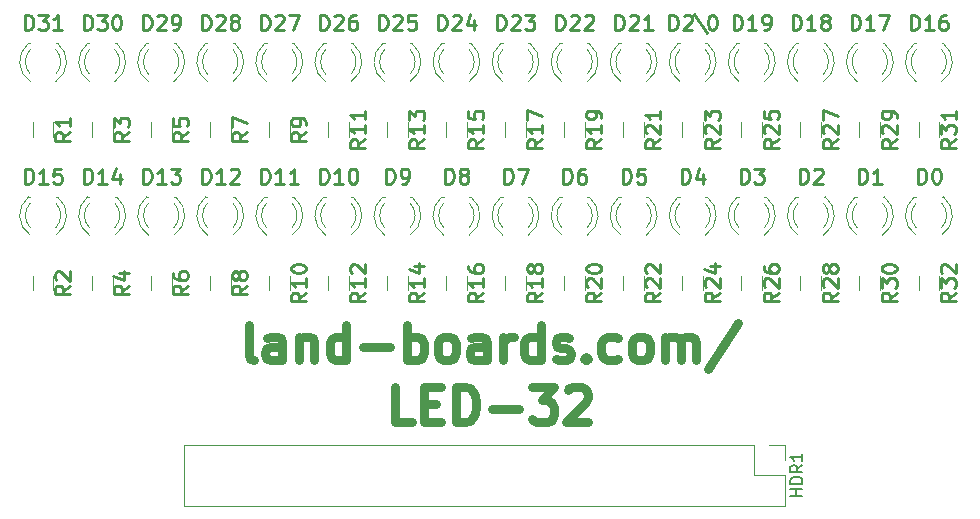
<source format=gbr>
G04 #@! TF.FileFunction,Legend,Top*
%FSLAX46Y46*%
G04 Gerber Fmt 4.6, Leading zero omitted, Abs format (unit mm)*
G04 Created by KiCad (PCBNEW 4.0.5) date 05/28/17 11:05:58*
%MOMM*%
%LPD*%
G01*
G04 APERTURE LIST*
%ADD10C,0.150000*%
%ADD11C,0.750000*%
%ADD12C,0.120000*%
%ADD13C,0.254000*%
G04 APERTURE END LIST*
D10*
D11*
X84830570Y-66550143D02*
X84544856Y-66407286D01*
X84401999Y-66121571D01*
X84401999Y-63550143D01*
X87259142Y-66550143D02*
X87259142Y-64978714D01*
X87116285Y-64693000D01*
X86830571Y-64550143D01*
X86259142Y-64550143D01*
X85973428Y-64693000D01*
X87259142Y-66407286D02*
X86973428Y-66550143D01*
X86259142Y-66550143D01*
X85973428Y-66407286D01*
X85830571Y-66121571D01*
X85830571Y-65835857D01*
X85973428Y-65550143D01*
X86259142Y-65407286D01*
X86973428Y-65407286D01*
X87259142Y-65264429D01*
X88687714Y-64550143D02*
X88687714Y-66550143D01*
X88687714Y-64835857D02*
X88830571Y-64693000D01*
X89116285Y-64550143D01*
X89544857Y-64550143D01*
X89830571Y-64693000D01*
X89973428Y-64978714D01*
X89973428Y-66550143D01*
X92687714Y-66550143D02*
X92687714Y-63550143D01*
X92687714Y-66407286D02*
X92402000Y-66550143D01*
X91830571Y-66550143D01*
X91544857Y-66407286D01*
X91402000Y-66264429D01*
X91259143Y-65978714D01*
X91259143Y-65121571D01*
X91402000Y-64835857D01*
X91544857Y-64693000D01*
X91830571Y-64550143D01*
X92402000Y-64550143D01*
X92687714Y-64693000D01*
X94116286Y-65407286D02*
X96402000Y-65407286D01*
X97830572Y-66550143D02*
X97830572Y-63550143D01*
X97830572Y-64693000D02*
X98116286Y-64550143D01*
X98687715Y-64550143D01*
X98973429Y-64693000D01*
X99116286Y-64835857D01*
X99259143Y-65121571D01*
X99259143Y-65978714D01*
X99116286Y-66264429D01*
X98973429Y-66407286D01*
X98687715Y-66550143D01*
X98116286Y-66550143D01*
X97830572Y-66407286D01*
X100973429Y-66550143D02*
X100687715Y-66407286D01*
X100544858Y-66264429D01*
X100402001Y-65978714D01*
X100402001Y-65121571D01*
X100544858Y-64835857D01*
X100687715Y-64693000D01*
X100973429Y-64550143D01*
X101402001Y-64550143D01*
X101687715Y-64693000D01*
X101830572Y-64835857D01*
X101973429Y-65121571D01*
X101973429Y-65978714D01*
X101830572Y-66264429D01*
X101687715Y-66407286D01*
X101402001Y-66550143D01*
X100973429Y-66550143D01*
X104544858Y-66550143D02*
X104544858Y-64978714D01*
X104402001Y-64693000D01*
X104116287Y-64550143D01*
X103544858Y-64550143D01*
X103259144Y-64693000D01*
X104544858Y-66407286D02*
X104259144Y-66550143D01*
X103544858Y-66550143D01*
X103259144Y-66407286D01*
X103116287Y-66121571D01*
X103116287Y-65835857D01*
X103259144Y-65550143D01*
X103544858Y-65407286D01*
X104259144Y-65407286D01*
X104544858Y-65264429D01*
X105973430Y-66550143D02*
X105973430Y-64550143D01*
X105973430Y-65121571D02*
X106116287Y-64835857D01*
X106259144Y-64693000D01*
X106544858Y-64550143D01*
X106830573Y-64550143D01*
X109116287Y-66550143D02*
X109116287Y-63550143D01*
X109116287Y-66407286D02*
X108830573Y-66550143D01*
X108259144Y-66550143D01*
X107973430Y-66407286D01*
X107830573Y-66264429D01*
X107687716Y-65978714D01*
X107687716Y-65121571D01*
X107830573Y-64835857D01*
X107973430Y-64693000D01*
X108259144Y-64550143D01*
X108830573Y-64550143D01*
X109116287Y-64693000D01*
X110402002Y-66407286D02*
X110687716Y-66550143D01*
X111259144Y-66550143D01*
X111544859Y-66407286D01*
X111687716Y-66121571D01*
X111687716Y-65978714D01*
X111544859Y-65693000D01*
X111259144Y-65550143D01*
X110830573Y-65550143D01*
X110544859Y-65407286D01*
X110402002Y-65121571D01*
X110402002Y-64978714D01*
X110544859Y-64693000D01*
X110830573Y-64550143D01*
X111259144Y-64550143D01*
X111544859Y-64693000D01*
X112973430Y-66264429D02*
X113116287Y-66407286D01*
X112973430Y-66550143D01*
X112830573Y-66407286D01*
X112973430Y-66264429D01*
X112973430Y-66550143D01*
X115687715Y-66407286D02*
X115402001Y-66550143D01*
X114830572Y-66550143D01*
X114544858Y-66407286D01*
X114402001Y-66264429D01*
X114259144Y-65978714D01*
X114259144Y-65121571D01*
X114402001Y-64835857D01*
X114544858Y-64693000D01*
X114830572Y-64550143D01*
X115402001Y-64550143D01*
X115687715Y-64693000D01*
X117402001Y-66550143D02*
X117116287Y-66407286D01*
X116973430Y-66264429D01*
X116830573Y-65978714D01*
X116830573Y-65121571D01*
X116973430Y-64835857D01*
X117116287Y-64693000D01*
X117402001Y-64550143D01*
X117830573Y-64550143D01*
X118116287Y-64693000D01*
X118259144Y-64835857D01*
X118402001Y-65121571D01*
X118402001Y-65978714D01*
X118259144Y-66264429D01*
X118116287Y-66407286D01*
X117830573Y-66550143D01*
X117402001Y-66550143D01*
X119687716Y-66550143D02*
X119687716Y-64550143D01*
X119687716Y-64835857D02*
X119830573Y-64693000D01*
X120116287Y-64550143D01*
X120544859Y-64550143D01*
X120830573Y-64693000D01*
X120973430Y-64978714D01*
X120973430Y-66550143D01*
X120973430Y-64978714D02*
X121116287Y-64693000D01*
X121402001Y-64550143D01*
X121830573Y-64550143D01*
X122116287Y-64693000D01*
X122259144Y-64978714D01*
X122259144Y-66550143D01*
X125830573Y-63407286D02*
X123259144Y-67264429D01*
X98259143Y-71800143D02*
X96830572Y-71800143D01*
X96830572Y-68800143D01*
X99259143Y-70228714D02*
X100259143Y-70228714D01*
X100687714Y-71800143D02*
X99259143Y-71800143D01*
X99259143Y-68800143D01*
X100687714Y-68800143D01*
X101973429Y-71800143D02*
X101973429Y-68800143D01*
X102687714Y-68800143D01*
X103116286Y-68943000D01*
X103402000Y-69228714D01*
X103544857Y-69514429D01*
X103687714Y-70085857D01*
X103687714Y-70514429D01*
X103544857Y-71085857D01*
X103402000Y-71371571D01*
X103116286Y-71657286D01*
X102687714Y-71800143D01*
X101973429Y-71800143D01*
X104973429Y-70657286D02*
X107259143Y-70657286D01*
X108402000Y-68800143D02*
X110259143Y-68800143D01*
X109259143Y-69943000D01*
X109687715Y-69943000D01*
X109973429Y-70085857D01*
X110116286Y-70228714D01*
X110259143Y-70514429D01*
X110259143Y-71228714D01*
X110116286Y-71514429D01*
X109973429Y-71657286D01*
X109687715Y-71800143D01*
X108830572Y-71800143D01*
X108544858Y-71657286D01*
X108402000Y-71514429D01*
X111402001Y-69085857D02*
X111544858Y-68943000D01*
X111830572Y-68800143D01*
X112544858Y-68800143D01*
X112830572Y-68943000D01*
X112973429Y-69085857D01*
X113116286Y-69371571D01*
X113116286Y-69657286D01*
X112973429Y-70085857D01*
X111259143Y-71800143D01*
X113116286Y-71800143D01*
D12*
X108078608Y-42958335D02*
G75*
G03X108235516Y-39726000I-1078608J1672335D01*
G01*
X105921392Y-42958335D02*
G75*
G02X105764484Y-39726000I1078608J1672335D01*
G01*
X108079837Y-42327130D02*
G75*
G03X108080000Y-40245039I-1079837J1041130D01*
G01*
X105920163Y-42327130D02*
G75*
G02X105920000Y-40245039I1079837J1041130D01*
G01*
X108236000Y-39726000D02*
X108080000Y-39726000D01*
X105920000Y-39726000D02*
X105764000Y-39726000D01*
X108078608Y-55958335D02*
G75*
G03X108235516Y-52726000I-1078608J1672335D01*
G01*
X105921392Y-55958335D02*
G75*
G02X105764484Y-52726000I1078608J1672335D01*
G01*
X108079837Y-55327130D02*
G75*
G03X108080000Y-53245039I-1079837J1041130D01*
G01*
X105920163Y-55327130D02*
G75*
G02X105920000Y-53245039I1079837J1041130D01*
G01*
X108236000Y-52726000D02*
X108080000Y-52726000D01*
X105920000Y-52726000D02*
X105764000Y-52726000D01*
X113078608Y-42958335D02*
G75*
G03X113235516Y-39726000I-1078608J1672335D01*
G01*
X110921392Y-42958335D02*
G75*
G02X110764484Y-39726000I1078608J1672335D01*
G01*
X113079837Y-42327130D02*
G75*
G03X113080000Y-40245039I-1079837J1041130D01*
G01*
X110920163Y-42327130D02*
G75*
G02X110920000Y-40245039I1079837J1041130D01*
G01*
X113236000Y-39726000D02*
X113080000Y-39726000D01*
X110920000Y-39726000D02*
X110764000Y-39726000D01*
X113078608Y-55958335D02*
G75*
G03X113235516Y-52726000I-1078608J1672335D01*
G01*
X110921392Y-55958335D02*
G75*
G02X110764484Y-52726000I1078608J1672335D01*
G01*
X113079837Y-55327130D02*
G75*
G03X113080000Y-53245039I-1079837J1041130D01*
G01*
X110920163Y-55327130D02*
G75*
G02X110920000Y-53245039I1079837J1041130D01*
G01*
X113236000Y-52726000D02*
X113080000Y-52726000D01*
X110920000Y-52726000D02*
X110764000Y-52726000D01*
X118078608Y-42958335D02*
G75*
G03X118235516Y-39726000I-1078608J1672335D01*
G01*
X115921392Y-42958335D02*
G75*
G02X115764484Y-39726000I1078608J1672335D01*
G01*
X118079837Y-42327130D02*
G75*
G03X118080000Y-40245039I-1079837J1041130D01*
G01*
X115920163Y-42327130D02*
G75*
G02X115920000Y-40245039I1079837J1041130D01*
G01*
X118236000Y-39726000D02*
X118080000Y-39726000D01*
X115920000Y-39726000D02*
X115764000Y-39726000D01*
X118078608Y-55958335D02*
G75*
G03X118235516Y-52726000I-1078608J1672335D01*
G01*
X115921392Y-55958335D02*
G75*
G02X115764484Y-52726000I1078608J1672335D01*
G01*
X118079837Y-55327130D02*
G75*
G03X118080000Y-53245039I-1079837J1041130D01*
G01*
X115920163Y-55327130D02*
G75*
G02X115920000Y-53245039I1079837J1041130D01*
G01*
X118236000Y-52726000D02*
X118080000Y-52726000D01*
X115920000Y-52726000D02*
X115764000Y-52726000D01*
X123078608Y-42958335D02*
G75*
G03X123235516Y-39726000I-1078608J1672335D01*
G01*
X120921392Y-42958335D02*
G75*
G02X120764484Y-39726000I1078608J1672335D01*
G01*
X123079837Y-42327130D02*
G75*
G03X123080000Y-40245039I-1079837J1041130D01*
G01*
X120920163Y-42327130D02*
G75*
G02X120920000Y-40245039I1079837J1041130D01*
G01*
X123236000Y-39726000D02*
X123080000Y-39726000D01*
X120920000Y-39726000D02*
X120764000Y-39726000D01*
X123078608Y-55958335D02*
G75*
G03X123235516Y-52726000I-1078608J1672335D01*
G01*
X120921392Y-55958335D02*
G75*
G02X120764484Y-52726000I1078608J1672335D01*
G01*
X123079837Y-55327130D02*
G75*
G03X123080000Y-53245039I-1079837J1041130D01*
G01*
X120920163Y-55327130D02*
G75*
G02X120920000Y-53245039I1079837J1041130D01*
G01*
X123236000Y-52726000D02*
X123080000Y-52726000D01*
X120920000Y-52726000D02*
X120764000Y-52726000D01*
X128078608Y-42958335D02*
G75*
G03X128235516Y-39726000I-1078608J1672335D01*
G01*
X125921392Y-42958335D02*
G75*
G02X125764484Y-39726000I1078608J1672335D01*
G01*
X128079837Y-42327130D02*
G75*
G03X128080000Y-40245039I-1079837J1041130D01*
G01*
X125920163Y-42327130D02*
G75*
G02X125920000Y-40245039I1079837J1041130D01*
G01*
X128236000Y-39726000D02*
X128080000Y-39726000D01*
X125920000Y-39726000D02*
X125764000Y-39726000D01*
X128078608Y-55958335D02*
G75*
G03X128235516Y-52726000I-1078608J1672335D01*
G01*
X125921392Y-55958335D02*
G75*
G02X125764484Y-52726000I1078608J1672335D01*
G01*
X128079837Y-55327130D02*
G75*
G03X128080000Y-53245039I-1079837J1041130D01*
G01*
X125920163Y-55327130D02*
G75*
G02X125920000Y-53245039I1079837J1041130D01*
G01*
X128236000Y-52726000D02*
X128080000Y-52726000D01*
X125920000Y-52726000D02*
X125764000Y-52726000D01*
X133078608Y-42958335D02*
G75*
G03X133235516Y-39726000I-1078608J1672335D01*
G01*
X130921392Y-42958335D02*
G75*
G02X130764484Y-39726000I1078608J1672335D01*
G01*
X133079837Y-42327130D02*
G75*
G03X133080000Y-40245039I-1079837J1041130D01*
G01*
X130920163Y-42327130D02*
G75*
G02X130920000Y-40245039I1079837J1041130D01*
G01*
X133236000Y-39726000D02*
X133080000Y-39726000D01*
X130920000Y-39726000D02*
X130764000Y-39726000D01*
X133078608Y-55958335D02*
G75*
G03X133235516Y-52726000I-1078608J1672335D01*
G01*
X130921392Y-55958335D02*
G75*
G02X130764484Y-52726000I1078608J1672335D01*
G01*
X133079837Y-55327130D02*
G75*
G03X133080000Y-53245039I-1079837J1041130D01*
G01*
X130920163Y-55327130D02*
G75*
G02X130920000Y-53245039I1079837J1041130D01*
G01*
X133236000Y-52726000D02*
X133080000Y-52726000D01*
X130920000Y-52726000D02*
X130764000Y-52726000D01*
X138078608Y-42958335D02*
G75*
G03X138235516Y-39726000I-1078608J1672335D01*
G01*
X135921392Y-42958335D02*
G75*
G02X135764484Y-39726000I1078608J1672335D01*
G01*
X138079837Y-42327130D02*
G75*
G03X138080000Y-40245039I-1079837J1041130D01*
G01*
X135920163Y-42327130D02*
G75*
G02X135920000Y-40245039I1079837J1041130D01*
G01*
X138236000Y-39726000D02*
X138080000Y-39726000D01*
X135920000Y-39726000D02*
X135764000Y-39726000D01*
X138078608Y-55958335D02*
G75*
G03X138235516Y-52726000I-1078608J1672335D01*
G01*
X135921392Y-55958335D02*
G75*
G02X135764484Y-52726000I1078608J1672335D01*
G01*
X138079837Y-55327130D02*
G75*
G03X138080000Y-53245039I-1079837J1041130D01*
G01*
X135920163Y-55327130D02*
G75*
G02X135920000Y-53245039I1079837J1041130D01*
G01*
X138236000Y-52726000D02*
X138080000Y-52726000D01*
X135920000Y-52726000D02*
X135764000Y-52726000D01*
X143078608Y-42958335D02*
G75*
G03X143235516Y-39726000I-1078608J1672335D01*
G01*
X140921392Y-42958335D02*
G75*
G02X140764484Y-39726000I1078608J1672335D01*
G01*
X143079837Y-42327130D02*
G75*
G03X143080000Y-40245039I-1079837J1041130D01*
G01*
X140920163Y-42327130D02*
G75*
G02X140920000Y-40245039I1079837J1041130D01*
G01*
X143236000Y-39726000D02*
X143080000Y-39726000D01*
X140920000Y-39726000D02*
X140764000Y-39726000D01*
X143078608Y-55958335D02*
G75*
G03X143235516Y-52726000I-1078608J1672335D01*
G01*
X140921392Y-55958335D02*
G75*
G02X140764484Y-52726000I1078608J1672335D01*
G01*
X143079837Y-55327130D02*
G75*
G03X143080000Y-53245039I-1079837J1041130D01*
G01*
X140920163Y-55327130D02*
G75*
G02X140920000Y-53245039I1079837J1041130D01*
G01*
X143236000Y-52726000D02*
X143080000Y-52726000D01*
X140920000Y-52726000D02*
X140764000Y-52726000D01*
X66120000Y-47616000D02*
X66120000Y-46416000D01*
X67880000Y-46416000D02*
X67880000Y-47616000D01*
X66120000Y-60616000D02*
X66120000Y-59416000D01*
X67880000Y-59416000D02*
X67880000Y-60616000D01*
X71120000Y-47616000D02*
X71120000Y-46416000D01*
X72880000Y-46416000D02*
X72880000Y-47616000D01*
X71120000Y-60616000D02*
X71120000Y-59416000D01*
X72880000Y-59416000D02*
X72880000Y-60616000D01*
X76120000Y-47616000D02*
X76120000Y-46416000D01*
X77880000Y-46416000D02*
X77880000Y-47616000D01*
X76120000Y-60616000D02*
X76120000Y-59416000D01*
X77880000Y-59416000D02*
X77880000Y-60616000D01*
X81120000Y-47616000D02*
X81120000Y-46416000D01*
X82880000Y-46416000D02*
X82880000Y-47616000D01*
X81120000Y-60616000D02*
X81120000Y-59416000D01*
X82880000Y-59416000D02*
X82880000Y-60616000D01*
X86120000Y-47616000D02*
X86120000Y-46416000D01*
X87880000Y-46416000D02*
X87880000Y-47616000D01*
X86120000Y-60616000D02*
X86120000Y-59416000D01*
X87880000Y-59416000D02*
X87880000Y-60616000D01*
X91120000Y-47616000D02*
X91120000Y-46416000D01*
X92880000Y-46416000D02*
X92880000Y-47616000D01*
X91120000Y-60616000D02*
X91120000Y-59416000D01*
X92880000Y-59416000D02*
X92880000Y-60616000D01*
X96120000Y-47616000D02*
X96120000Y-46416000D01*
X97880000Y-46416000D02*
X97880000Y-47616000D01*
X96120000Y-60616000D02*
X96120000Y-59416000D01*
X97880000Y-59416000D02*
X97880000Y-60616000D01*
X101120000Y-47616000D02*
X101120000Y-46416000D01*
X102880000Y-46416000D02*
X102880000Y-47616000D01*
X101120000Y-60616000D02*
X101120000Y-59416000D01*
X102880000Y-59416000D02*
X102880000Y-60616000D01*
X106120000Y-47616000D02*
X106120000Y-46416000D01*
X107880000Y-46416000D02*
X107880000Y-47616000D01*
X106120000Y-60616000D02*
X106120000Y-59416000D01*
X107880000Y-59416000D02*
X107880000Y-60616000D01*
X111120000Y-47616000D02*
X111120000Y-46416000D01*
X112880000Y-46416000D02*
X112880000Y-47616000D01*
X111120000Y-60616000D02*
X111120000Y-59416000D01*
X112880000Y-59416000D02*
X112880000Y-60616000D01*
X116120000Y-47616000D02*
X116120000Y-46416000D01*
X117880000Y-46416000D02*
X117880000Y-47616000D01*
X116120000Y-60616000D02*
X116120000Y-59416000D01*
X117880000Y-59416000D02*
X117880000Y-60616000D01*
X121120000Y-47616000D02*
X121120000Y-46416000D01*
X122880000Y-46416000D02*
X122880000Y-47616000D01*
X121120000Y-60616000D02*
X121120000Y-59416000D01*
X122880000Y-59416000D02*
X122880000Y-60616000D01*
X126120000Y-47616000D02*
X126120000Y-46416000D01*
X127880000Y-46416000D02*
X127880000Y-47616000D01*
X126120000Y-60616000D02*
X126120000Y-59416000D01*
X127880000Y-59416000D02*
X127880000Y-60616000D01*
X131120000Y-47616000D02*
X131120000Y-46416000D01*
X132880000Y-46416000D02*
X132880000Y-47616000D01*
X131120000Y-60616000D02*
X131120000Y-59416000D01*
X132880000Y-59416000D02*
X132880000Y-60616000D01*
X136120000Y-47616000D02*
X136120000Y-46416000D01*
X137880000Y-46416000D02*
X137880000Y-47616000D01*
X136120000Y-60616000D02*
X136120000Y-59416000D01*
X137880000Y-59416000D02*
X137880000Y-60616000D01*
X141120000Y-47616000D02*
X141120000Y-46416000D01*
X142880000Y-46416000D02*
X142880000Y-47616000D01*
X141120000Y-60616000D02*
X141120000Y-59416000D01*
X142880000Y-59416000D02*
X142880000Y-60616000D01*
X68078608Y-42958335D02*
G75*
G03X68235516Y-39726000I-1078608J1672335D01*
G01*
X65921392Y-42958335D02*
G75*
G02X65764484Y-39726000I1078608J1672335D01*
G01*
X68079837Y-42327130D02*
G75*
G03X68080000Y-40245039I-1079837J1041130D01*
G01*
X65920163Y-42327130D02*
G75*
G02X65920000Y-40245039I1079837J1041130D01*
G01*
X68236000Y-39726000D02*
X68080000Y-39726000D01*
X65920000Y-39726000D02*
X65764000Y-39726000D01*
X68078608Y-55958335D02*
G75*
G03X68235516Y-52726000I-1078608J1672335D01*
G01*
X65921392Y-55958335D02*
G75*
G02X65764484Y-52726000I1078608J1672335D01*
G01*
X68079837Y-55327130D02*
G75*
G03X68080000Y-53245039I-1079837J1041130D01*
G01*
X65920163Y-55327130D02*
G75*
G02X65920000Y-53245039I1079837J1041130D01*
G01*
X68236000Y-52726000D02*
X68080000Y-52726000D01*
X65920000Y-52726000D02*
X65764000Y-52726000D01*
X73078608Y-42958335D02*
G75*
G03X73235516Y-39726000I-1078608J1672335D01*
G01*
X70921392Y-42958335D02*
G75*
G02X70764484Y-39726000I1078608J1672335D01*
G01*
X73079837Y-42327130D02*
G75*
G03X73080000Y-40245039I-1079837J1041130D01*
G01*
X70920163Y-42327130D02*
G75*
G02X70920000Y-40245039I1079837J1041130D01*
G01*
X73236000Y-39726000D02*
X73080000Y-39726000D01*
X70920000Y-39726000D02*
X70764000Y-39726000D01*
X73078608Y-55958335D02*
G75*
G03X73235516Y-52726000I-1078608J1672335D01*
G01*
X70921392Y-55958335D02*
G75*
G02X70764484Y-52726000I1078608J1672335D01*
G01*
X73079837Y-55327130D02*
G75*
G03X73080000Y-53245039I-1079837J1041130D01*
G01*
X70920163Y-55327130D02*
G75*
G02X70920000Y-53245039I1079837J1041130D01*
G01*
X73236000Y-52726000D02*
X73080000Y-52726000D01*
X70920000Y-52726000D02*
X70764000Y-52726000D01*
X78078608Y-42958335D02*
G75*
G03X78235516Y-39726000I-1078608J1672335D01*
G01*
X75921392Y-42958335D02*
G75*
G02X75764484Y-39726000I1078608J1672335D01*
G01*
X78079837Y-42327130D02*
G75*
G03X78080000Y-40245039I-1079837J1041130D01*
G01*
X75920163Y-42327130D02*
G75*
G02X75920000Y-40245039I1079837J1041130D01*
G01*
X78236000Y-39726000D02*
X78080000Y-39726000D01*
X75920000Y-39726000D02*
X75764000Y-39726000D01*
X78078608Y-55958335D02*
G75*
G03X78235516Y-52726000I-1078608J1672335D01*
G01*
X75921392Y-55958335D02*
G75*
G02X75764484Y-52726000I1078608J1672335D01*
G01*
X78079837Y-55327130D02*
G75*
G03X78080000Y-53245039I-1079837J1041130D01*
G01*
X75920163Y-55327130D02*
G75*
G02X75920000Y-53245039I1079837J1041130D01*
G01*
X78236000Y-52726000D02*
X78080000Y-52726000D01*
X75920000Y-52726000D02*
X75764000Y-52726000D01*
X83078608Y-42958335D02*
G75*
G03X83235516Y-39726000I-1078608J1672335D01*
G01*
X80921392Y-42958335D02*
G75*
G02X80764484Y-39726000I1078608J1672335D01*
G01*
X83079837Y-42327130D02*
G75*
G03X83080000Y-40245039I-1079837J1041130D01*
G01*
X80920163Y-42327130D02*
G75*
G02X80920000Y-40245039I1079837J1041130D01*
G01*
X83236000Y-39726000D02*
X83080000Y-39726000D01*
X80920000Y-39726000D02*
X80764000Y-39726000D01*
X83078608Y-55958335D02*
G75*
G03X83235516Y-52726000I-1078608J1672335D01*
G01*
X80921392Y-55958335D02*
G75*
G02X80764484Y-52726000I1078608J1672335D01*
G01*
X83079837Y-55327130D02*
G75*
G03X83080000Y-53245039I-1079837J1041130D01*
G01*
X80920163Y-55327130D02*
G75*
G02X80920000Y-53245039I1079837J1041130D01*
G01*
X83236000Y-52726000D02*
X83080000Y-52726000D01*
X80920000Y-52726000D02*
X80764000Y-52726000D01*
X88078608Y-42958335D02*
G75*
G03X88235516Y-39726000I-1078608J1672335D01*
G01*
X85921392Y-42958335D02*
G75*
G02X85764484Y-39726000I1078608J1672335D01*
G01*
X88079837Y-42327130D02*
G75*
G03X88080000Y-40245039I-1079837J1041130D01*
G01*
X85920163Y-42327130D02*
G75*
G02X85920000Y-40245039I1079837J1041130D01*
G01*
X88236000Y-39726000D02*
X88080000Y-39726000D01*
X85920000Y-39726000D02*
X85764000Y-39726000D01*
X88078608Y-55958335D02*
G75*
G03X88235516Y-52726000I-1078608J1672335D01*
G01*
X85921392Y-55958335D02*
G75*
G02X85764484Y-52726000I1078608J1672335D01*
G01*
X88079837Y-55327130D02*
G75*
G03X88080000Y-53245039I-1079837J1041130D01*
G01*
X85920163Y-55327130D02*
G75*
G02X85920000Y-53245039I1079837J1041130D01*
G01*
X88236000Y-52726000D02*
X88080000Y-52726000D01*
X85920000Y-52726000D02*
X85764000Y-52726000D01*
X93078608Y-42958335D02*
G75*
G03X93235516Y-39726000I-1078608J1672335D01*
G01*
X90921392Y-42958335D02*
G75*
G02X90764484Y-39726000I1078608J1672335D01*
G01*
X93079837Y-42327130D02*
G75*
G03X93080000Y-40245039I-1079837J1041130D01*
G01*
X90920163Y-42327130D02*
G75*
G02X90920000Y-40245039I1079837J1041130D01*
G01*
X93236000Y-39726000D02*
X93080000Y-39726000D01*
X90920000Y-39726000D02*
X90764000Y-39726000D01*
X93078608Y-55958335D02*
G75*
G03X93235516Y-52726000I-1078608J1672335D01*
G01*
X90921392Y-55958335D02*
G75*
G02X90764484Y-52726000I1078608J1672335D01*
G01*
X93079837Y-55327130D02*
G75*
G03X93080000Y-53245039I-1079837J1041130D01*
G01*
X90920163Y-55327130D02*
G75*
G02X90920000Y-53245039I1079837J1041130D01*
G01*
X93236000Y-52726000D02*
X93080000Y-52726000D01*
X90920000Y-52726000D02*
X90764000Y-52726000D01*
X98078608Y-42958335D02*
G75*
G03X98235516Y-39726000I-1078608J1672335D01*
G01*
X95921392Y-42958335D02*
G75*
G02X95764484Y-39726000I1078608J1672335D01*
G01*
X98079837Y-42327130D02*
G75*
G03X98080000Y-40245039I-1079837J1041130D01*
G01*
X95920163Y-42327130D02*
G75*
G02X95920000Y-40245039I1079837J1041130D01*
G01*
X98236000Y-39726000D02*
X98080000Y-39726000D01*
X95920000Y-39726000D02*
X95764000Y-39726000D01*
X98078608Y-55958335D02*
G75*
G03X98235516Y-52726000I-1078608J1672335D01*
G01*
X95921392Y-55958335D02*
G75*
G02X95764484Y-52726000I1078608J1672335D01*
G01*
X98079837Y-55327130D02*
G75*
G03X98080000Y-53245039I-1079837J1041130D01*
G01*
X95920163Y-55327130D02*
G75*
G02X95920000Y-53245039I1079837J1041130D01*
G01*
X98236000Y-52726000D02*
X98080000Y-52726000D01*
X95920000Y-52726000D02*
X95764000Y-52726000D01*
X103078608Y-42958335D02*
G75*
G03X103235516Y-39726000I-1078608J1672335D01*
G01*
X100921392Y-42958335D02*
G75*
G02X100764484Y-39726000I1078608J1672335D01*
G01*
X103079837Y-42327130D02*
G75*
G03X103080000Y-40245039I-1079837J1041130D01*
G01*
X100920163Y-42327130D02*
G75*
G02X100920000Y-40245039I1079837J1041130D01*
G01*
X103236000Y-39726000D02*
X103080000Y-39726000D01*
X100920000Y-39726000D02*
X100764000Y-39726000D01*
X103078608Y-55958335D02*
G75*
G03X103235516Y-52726000I-1078608J1672335D01*
G01*
X100921392Y-55958335D02*
G75*
G02X100764484Y-52726000I1078608J1672335D01*
G01*
X103079837Y-55327130D02*
G75*
G03X103080000Y-53245039I-1079837J1041130D01*
G01*
X100920163Y-55327130D02*
G75*
G02X100920000Y-53245039I1079837J1041130D01*
G01*
X103236000Y-52726000D02*
X103080000Y-52726000D01*
X100920000Y-52726000D02*
X100764000Y-52726000D01*
X127230000Y-73686000D02*
X78910000Y-73686000D01*
X78910000Y-73686000D02*
X78910000Y-78886000D01*
X78910000Y-78886000D02*
X129830000Y-78886000D01*
X129830000Y-78886000D02*
X129830000Y-76286000D01*
X129830000Y-76286000D02*
X127230000Y-76286000D01*
X127230000Y-76286000D02*
X127230000Y-73686000D01*
X128500000Y-73686000D02*
X129830000Y-73686000D01*
X129830000Y-73686000D02*
X129830000Y-75016000D01*
D13*
X105457857Y-38590524D02*
X105457857Y-37320524D01*
X105760238Y-37320524D01*
X105941666Y-37381000D01*
X106062619Y-37501952D01*
X106123095Y-37622905D01*
X106183571Y-37864810D01*
X106183571Y-38046238D01*
X106123095Y-38288143D01*
X106062619Y-38409095D01*
X105941666Y-38530048D01*
X105760238Y-38590524D01*
X105457857Y-38590524D01*
X106667381Y-37441476D02*
X106727857Y-37381000D01*
X106848809Y-37320524D01*
X107151190Y-37320524D01*
X107272143Y-37381000D01*
X107332619Y-37441476D01*
X107393095Y-37562429D01*
X107393095Y-37683381D01*
X107332619Y-37864810D01*
X106606905Y-38590524D01*
X107393095Y-38590524D01*
X107816429Y-37320524D02*
X108602619Y-37320524D01*
X108179286Y-37804333D01*
X108360714Y-37804333D01*
X108481667Y-37864810D01*
X108542143Y-37925286D01*
X108602619Y-38046238D01*
X108602619Y-38348619D01*
X108542143Y-38469571D01*
X108481667Y-38530048D01*
X108360714Y-38590524D01*
X107997857Y-38590524D01*
X107876905Y-38530048D01*
X107816429Y-38469571D01*
X106062619Y-51590524D02*
X106062619Y-50320524D01*
X106365000Y-50320524D01*
X106546428Y-50381000D01*
X106667381Y-50501952D01*
X106727857Y-50622905D01*
X106788333Y-50864810D01*
X106788333Y-51046238D01*
X106727857Y-51288143D01*
X106667381Y-51409095D01*
X106546428Y-51530048D01*
X106365000Y-51590524D01*
X106062619Y-51590524D01*
X107211667Y-50320524D02*
X108058333Y-50320524D01*
X107514048Y-51590524D01*
X110457857Y-38590524D02*
X110457857Y-37320524D01*
X110760238Y-37320524D01*
X110941666Y-37381000D01*
X111062619Y-37501952D01*
X111123095Y-37622905D01*
X111183571Y-37864810D01*
X111183571Y-38046238D01*
X111123095Y-38288143D01*
X111062619Y-38409095D01*
X110941666Y-38530048D01*
X110760238Y-38590524D01*
X110457857Y-38590524D01*
X111667381Y-37441476D02*
X111727857Y-37381000D01*
X111848809Y-37320524D01*
X112151190Y-37320524D01*
X112272143Y-37381000D01*
X112332619Y-37441476D01*
X112393095Y-37562429D01*
X112393095Y-37683381D01*
X112332619Y-37864810D01*
X111606905Y-38590524D01*
X112393095Y-38590524D01*
X112876905Y-37441476D02*
X112937381Y-37381000D01*
X113058333Y-37320524D01*
X113360714Y-37320524D01*
X113481667Y-37381000D01*
X113542143Y-37441476D01*
X113602619Y-37562429D01*
X113602619Y-37683381D01*
X113542143Y-37864810D01*
X112816429Y-38590524D01*
X113602619Y-38590524D01*
X111062619Y-51590524D02*
X111062619Y-50320524D01*
X111365000Y-50320524D01*
X111546428Y-50381000D01*
X111667381Y-50501952D01*
X111727857Y-50622905D01*
X111788333Y-50864810D01*
X111788333Y-51046238D01*
X111727857Y-51288143D01*
X111667381Y-51409095D01*
X111546428Y-51530048D01*
X111365000Y-51590524D01*
X111062619Y-51590524D01*
X112876905Y-50320524D02*
X112635000Y-50320524D01*
X112514048Y-50381000D01*
X112453571Y-50441476D01*
X112332619Y-50622905D01*
X112272143Y-50864810D01*
X112272143Y-51348619D01*
X112332619Y-51469571D01*
X112393095Y-51530048D01*
X112514048Y-51590524D01*
X112755952Y-51590524D01*
X112876905Y-51530048D01*
X112937381Y-51469571D01*
X112997857Y-51348619D01*
X112997857Y-51046238D01*
X112937381Y-50925286D01*
X112876905Y-50864810D01*
X112755952Y-50804333D01*
X112514048Y-50804333D01*
X112393095Y-50864810D01*
X112332619Y-50925286D01*
X112272143Y-51046238D01*
X115457857Y-38590524D02*
X115457857Y-37320524D01*
X115760238Y-37320524D01*
X115941666Y-37381000D01*
X116062619Y-37501952D01*
X116123095Y-37622905D01*
X116183571Y-37864810D01*
X116183571Y-38046238D01*
X116123095Y-38288143D01*
X116062619Y-38409095D01*
X115941666Y-38530048D01*
X115760238Y-38590524D01*
X115457857Y-38590524D01*
X116667381Y-37441476D02*
X116727857Y-37381000D01*
X116848809Y-37320524D01*
X117151190Y-37320524D01*
X117272143Y-37381000D01*
X117332619Y-37441476D01*
X117393095Y-37562429D01*
X117393095Y-37683381D01*
X117332619Y-37864810D01*
X116606905Y-38590524D01*
X117393095Y-38590524D01*
X118602619Y-38590524D02*
X117876905Y-38590524D01*
X118239762Y-38590524D02*
X118239762Y-37320524D01*
X118118810Y-37501952D01*
X117997857Y-37622905D01*
X117876905Y-37683381D01*
X116062619Y-51590524D02*
X116062619Y-50320524D01*
X116365000Y-50320524D01*
X116546428Y-50381000D01*
X116667381Y-50501952D01*
X116727857Y-50622905D01*
X116788333Y-50864810D01*
X116788333Y-51046238D01*
X116727857Y-51288143D01*
X116667381Y-51409095D01*
X116546428Y-51530048D01*
X116365000Y-51590524D01*
X116062619Y-51590524D01*
X117937381Y-50320524D02*
X117332619Y-50320524D01*
X117272143Y-50925286D01*
X117332619Y-50864810D01*
X117453571Y-50804333D01*
X117755952Y-50804333D01*
X117876905Y-50864810D01*
X117937381Y-50925286D01*
X117997857Y-51046238D01*
X117997857Y-51348619D01*
X117937381Y-51469571D01*
X117876905Y-51530048D01*
X117755952Y-51590524D01*
X117453571Y-51590524D01*
X117332619Y-51530048D01*
X117272143Y-51469571D01*
X120034524Y-38590524D02*
X120034524Y-37320524D01*
X120336905Y-37320524D01*
X120518333Y-37381000D01*
X120639286Y-37501952D01*
X120699762Y-37622905D01*
X120760238Y-37864810D01*
X120760238Y-38046238D01*
X120699762Y-38288143D01*
X120639286Y-38409095D01*
X120518333Y-38530048D01*
X120336905Y-38590524D01*
X120034524Y-38590524D01*
X121244048Y-37441476D02*
X121304524Y-37381000D01*
X121425476Y-37320524D01*
X121727857Y-37320524D01*
X121848810Y-37381000D01*
X121909286Y-37441476D01*
X121969762Y-37562429D01*
X121969762Y-37683381D01*
X121909286Y-37864810D01*
X121183572Y-38590524D01*
X121969762Y-38590524D01*
X122090715Y-37199571D02*
X123179286Y-38832429D01*
X123602620Y-37320524D02*
X123723572Y-37320524D01*
X123844524Y-37381000D01*
X123905001Y-37441476D01*
X123965477Y-37562429D01*
X124025953Y-37804333D01*
X124025953Y-38106714D01*
X123965477Y-38348619D01*
X123905001Y-38469571D01*
X123844524Y-38530048D01*
X123723572Y-38590524D01*
X123602620Y-38590524D01*
X123481667Y-38530048D01*
X123421191Y-38469571D01*
X123360715Y-38348619D01*
X123300239Y-38106714D01*
X123300239Y-37804333D01*
X123360715Y-37562429D01*
X123421191Y-37441476D01*
X123481667Y-37381000D01*
X123602620Y-37320524D01*
X121062619Y-51590524D02*
X121062619Y-50320524D01*
X121365000Y-50320524D01*
X121546428Y-50381000D01*
X121667381Y-50501952D01*
X121727857Y-50622905D01*
X121788333Y-50864810D01*
X121788333Y-51046238D01*
X121727857Y-51288143D01*
X121667381Y-51409095D01*
X121546428Y-51530048D01*
X121365000Y-51590524D01*
X121062619Y-51590524D01*
X122876905Y-50743857D02*
X122876905Y-51590524D01*
X122574524Y-50260048D02*
X122272143Y-51167190D01*
X123058333Y-51167190D01*
X125457857Y-38590524D02*
X125457857Y-37320524D01*
X125760238Y-37320524D01*
X125941666Y-37381000D01*
X126062619Y-37501952D01*
X126123095Y-37622905D01*
X126183571Y-37864810D01*
X126183571Y-38046238D01*
X126123095Y-38288143D01*
X126062619Y-38409095D01*
X125941666Y-38530048D01*
X125760238Y-38590524D01*
X125457857Y-38590524D01*
X127393095Y-38590524D02*
X126667381Y-38590524D01*
X127030238Y-38590524D02*
X127030238Y-37320524D01*
X126909286Y-37501952D01*
X126788333Y-37622905D01*
X126667381Y-37683381D01*
X127997857Y-38590524D02*
X128239762Y-38590524D01*
X128360714Y-38530048D01*
X128421190Y-38469571D01*
X128542143Y-38288143D01*
X128602619Y-38046238D01*
X128602619Y-37562429D01*
X128542143Y-37441476D01*
X128481667Y-37381000D01*
X128360714Y-37320524D01*
X128118810Y-37320524D01*
X127997857Y-37381000D01*
X127937381Y-37441476D01*
X127876905Y-37562429D01*
X127876905Y-37864810D01*
X127937381Y-37985762D01*
X127997857Y-38046238D01*
X128118810Y-38106714D01*
X128360714Y-38106714D01*
X128481667Y-38046238D01*
X128542143Y-37985762D01*
X128602619Y-37864810D01*
X126062619Y-51590524D02*
X126062619Y-50320524D01*
X126365000Y-50320524D01*
X126546428Y-50381000D01*
X126667381Y-50501952D01*
X126727857Y-50622905D01*
X126788333Y-50864810D01*
X126788333Y-51046238D01*
X126727857Y-51288143D01*
X126667381Y-51409095D01*
X126546428Y-51530048D01*
X126365000Y-51590524D01*
X126062619Y-51590524D01*
X127211667Y-50320524D02*
X127997857Y-50320524D01*
X127574524Y-50804333D01*
X127755952Y-50804333D01*
X127876905Y-50864810D01*
X127937381Y-50925286D01*
X127997857Y-51046238D01*
X127997857Y-51348619D01*
X127937381Y-51469571D01*
X127876905Y-51530048D01*
X127755952Y-51590524D01*
X127393095Y-51590524D01*
X127272143Y-51530048D01*
X127211667Y-51469571D01*
X130457857Y-38590524D02*
X130457857Y-37320524D01*
X130760238Y-37320524D01*
X130941666Y-37381000D01*
X131062619Y-37501952D01*
X131123095Y-37622905D01*
X131183571Y-37864810D01*
X131183571Y-38046238D01*
X131123095Y-38288143D01*
X131062619Y-38409095D01*
X130941666Y-38530048D01*
X130760238Y-38590524D01*
X130457857Y-38590524D01*
X132393095Y-38590524D02*
X131667381Y-38590524D01*
X132030238Y-38590524D02*
X132030238Y-37320524D01*
X131909286Y-37501952D01*
X131788333Y-37622905D01*
X131667381Y-37683381D01*
X133118810Y-37864810D02*
X132997857Y-37804333D01*
X132937381Y-37743857D01*
X132876905Y-37622905D01*
X132876905Y-37562429D01*
X132937381Y-37441476D01*
X132997857Y-37381000D01*
X133118810Y-37320524D01*
X133360714Y-37320524D01*
X133481667Y-37381000D01*
X133542143Y-37441476D01*
X133602619Y-37562429D01*
X133602619Y-37622905D01*
X133542143Y-37743857D01*
X133481667Y-37804333D01*
X133360714Y-37864810D01*
X133118810Y-37864810D01*
X132997857Y-37925286D01*
X132937381Y-37985762D01*
X132876905Y-38106714D01*
X132876905Y-38348619D01*
X132937381Y-38469571D01*
X132997857Y-38530048D01*
X133118810Y-38590524D01*
X133360714Y-38590524D01*
X133481667Y-38530048D01*
X133542143Y-38469571D01*
X133602619Y-38348619D01*
X133602619Y-38106714D01*
X133542143Y-37985762D01*
X133481667Y-37925286D01*
X133360714Y-37864810D01*
X131062619Y-51590524D02*
X131062619Y-50320524D01*
X131365000Y-50320524D01*
X131546428Y-50381000D01*
X131667381Y-50501952D01*
X131727857Y-50622905D01*
X131788333Y-50864810D01*
X131788333Y-51046238D01*
X131727857Y-51288143D01*
X131667381Y-51409095D01*
X131546428Y-51530048D01*
X131365000Y-51590524D01*
X131062619Y-51590524D01*
X132272143Y-50441476D02*
X132332619Y-50381000D01*
X132453571Y-50320524D01*
X132755952Y-50320524D01*
X132876905Y-50381000D01*
X132937381Y-50441476D01*
X132997857Y-50562429D01*
X132997857Y-50683381D01*
X132937381Y-50864810D01*
X132211667Y-51590524D01*
X132997857Y-51590524D01*
X135457857Y-38590524D02*
X135457857Y-37320524D01*
X135760238Y-37320524D01*
X135941666Y-37381000D01*
X136062619Y-37501952D01*
X136123095Y-37622905D01*
X136183571Y-37864810D01*
X136183571Y-38046238D01*
X136123095Y-38288143D01*
X136062619Y-38409095D01*
X135941666Y-38530048D01*
X135760238Y-38590524D01*
X135457857Y-38590524D01*
X137393095Y-38590524D02*
X136667381Y-38590524D01*
X137030238Y-38590524D02*
X137030238Y-37320524D01*
X136909286Y-37501952D01*
X136788333Y-37622905D01*
X136667381Y-37683381D01*
X137816429Y-37320524D02*
X138663095Y-37320524D01*
X138118810Y-38590524D01*
X136062619Y-51590524D02*
X136062619Y-50320524D01*
X136365000Y-50320524D01*
X136546428Y-50381000D01*
X136667381Y-50501952D01*
X136727857Y-50622905D01*
X136788333Y-50864810D01*
X136788333Y-51046238D01*
X136727857Y-51288143D01*
X136667381Y-51409095D01*
X136546428Y-51530048D01*
X136365000Y-51590524D01*
X136062619Y-51590524D01*
X137997857Y-51590524D02*
X137272143Y-51590524D01*
X137635000Y-51590524D02*
X137635000Y-50320524D01*
X137514048Y-50501952D01*
X137393095Y-50622905D01*
X137272143Y-50683381D01*
X140457857Y-38590524D02*
X140457857Y-37320524D01*
X140760238Y-37320524D01*
X140941666Y-37381000D01*
X141062619Y-37501952D01*
X141123095Y-37622905D01*
X141183571Y-37864810D01*
X141183571Y-38046238D01*
X141123095Y-38288143D01*
X141062619Y-38409095D01*
X140941666Y-38530048D01*
X140760238Y-38590524D01*
X140457857Y-38590524D01*
X142393095Y-38590524D02*
X141667381Y-38590524D01*
X142030238Y-38590524D02*
X142030238Y-37320524D01*
X141909286Y-37501952D01*
X141788333Y-37622905D01*
X141667381Y-37683381D01*
X143481667Y-37320524D02*
X143239762Y-37320524D01*
X143118810Y-37381000D01*
X143058333Y-37441476D01*
X142937381Y-37622905D01*
X142876905Y-37864810D01*
X142876905Y-38348619D01*
X142937381Y-38469571D01*
X142997857Y-38530048D01*
X143118810Y-38590524D01*
X143360714Y-38590524D01*
X143481667Y-38530048D01*
X143542143Y-38469571D01*
X143602619Y-38348619D01*
X143602619Y-38046238D01*
X143542143Y-37925286D01*
X143481667Y-37864810D01*
X143360714Y-37804333D01*
X143118810Y-37804333D01*
X142997857Y-37864810D01*
X142937381Y-37925286D01*
X142876905Y-38046238D01*
X141062619Y-51590524D02*
X141062619Y-50320524D01*
X141365000Y-50320524D01*
X141546428Y-50381000D01*
X141667381Y-50501952D01*
X141727857Y-50622905D01*
X141788333Y-50864810D01*
X141788333Y-51046238D01*
X141727857Y-51288143D01*
X141667381Y-51409095D01*
X141546428Y-51530048D01*
X141365000Y-51590524D01*
X141062619Y-51590524D01*
X142574524Y-50320524D02*
X142695476Y-50320524D01*
X142816428Y-50381000D01*
X142876905Y-50441476D01*
X142937381Y-50562429D01*
X142997857Y-50804333D01*
X142997857Y-51106714D01*
X142937381Y-51348619D01*
X142876905Y-51469571D01*
X142816428Y-51530048D01*
X142695476Y-51590524D01*
X142574524Y-51590524D01*
X142453571Y-51530048D01*
X142393095Y-51469571D01*
X142332619Y-51348619D01*
X142272143Y-51106714D01*
X142272143Y-50804333D01*
X142332619Y-50562429D01*
X142393095Y-50441476D01*
X142453571Y-50381000D01*
X142574524Y-50320524D01*
X69274524Y-47227667D02*
X68669762Y-47651000D01*
X69274524Y-47953381D02*
X68004524Y-47953381D01*
X68004524Y-47469572D01*
X68065000Y-47348619D01*
X68125476Y-47288143D01*
X68246429Y-47227667D01*
X68427857Y-47227667D01*
X68548810Y-47288143D01*
X68609286Y-47348619D01*
X68669762Y-47469572D01*
X68669762Y-47953381D01*
X69274524Y-46018143D02*
X69274524Y-46743857D01*
X69274524Y-46381000D02*
X68004524Y-46381000D01*
X68185952Y-46501952D01*
X68306905Y-46622905D01*
X68367381Y-46743857D01*
X69274524Y-60227667D02*
X68669762Y-60651000D01*
X69274524Y-60953381D02*
X68004524Y-60953381D01*
X68004524Y-60469572D01*
X68065000Y-60348619D01*
X68125476Y-60288143D01*
X68246429Y-60227667D01*
X68427857Y-60227667D01*
X68548810Y-60288143D01*
X68609286Y-60348619D01*
X68669762Y-60469572D01*
X68669762Y-60953381D01*
X68125476Y-59743857D02*
X68065000Y-59683381D01*
X68004524Y-59562429D01*
X68004524Y-59260048D01*
X68065000Y-59139095D01*
X68125476Y-59078619D01*
X68246429Y-59018143D01*
X68367381Y-59018143D01*
X68548810Y-59078619D01*
X69274524Y-59804333D01*
X69274524Y-59018143D01*
X74274524Y-47227667D02*
X73669762Y-47651000D01*
X74274524Y-47953381D02*
X73004524Y-47953381D01*
X73004524Y-47469572D01*
X73065000Y-47348619D01*
X73125476Y-47288143D01*
X73246429Y-47227667D01*
X73427857Y-47227667D01*
X73548810Y-47288143D01*
X73609286Y-47348619D01*
X73669762Y-47469572D01*
X73669762Y-47953381D01*
X73004524Y-46804333D02*
X73004524Y-46018143D01*
X73488333Y-46441476D01*
X73488333Y-46260048D01*
X73548810Y-46139095D01*
X73609286Y-46078619D01*
X73730238Y-46018143D01*
X74032619Y-46018143D01*
X74153571Y-46078619D01*
X74214048Y-46139095D01*
X74274524Y-46260048D01*
X74274524Y-46622905D01*
X74214048Y-46743857D01*
X74153571Y-46804333D01*
X74274524Y-60227667D02*
X73669762Y-60651000D01*
X74274524Y-60953381D02*
X73004524Y-60953381D01*
X73004524Y-60469572D01*
X73065000Y-60348619D01*
X73125476Y-60288143D01*
X73246429Y-60227667D01*
X73427857Y-60227667D01*
X73548810Y-60288143D01*
X73609286Y-60348619D01*
X73669762Y-60469572D01*
X73669762Y-60953381D01*
X73427857Y-59139095D02*
X74274524Y-59139095D01*
X72944048Y-59441476D02*
X73851190Y-59743857D01*
X73851190Y-58957667D01*
X79274524Y-47227667D02*
X78669762Y-47651000D01*
X79274524Y-47953381D02*
X78004524Y-47953381D01*
X78004524Y-47469572D01*
X78065000Y-47348619D01*
X78125476Y-47288143D01*
X78246429Y-47227667D01*
X78427857Y-47227667D01*
X78548810Y-47288143D01*
X78609286Y-47348619D01*
X78669762Y-47469572D01*
X78669762Y-47953381D01*
X78004524Y-46078619D02*
X78004524Y-46683381D01*
X78609286Y-46743857D01*
X78548810Y-46683381D01*
X78488333Y-46562429D01*
X78488333Y-46260048D01*
X78548810Y-46139095D01*
X78609286Y-46078619D01*
X78730238Y-46018143D01*
X79032619Y-46018143D01*
X79153571Y-46078619D01*
X79214048Y-46139095D01*
X79274524Y-46260048D01*
X79274524Y-46562429D01*
X79214048Y-46683381D01*
X79153571Y-46743857D01*
X79274524Y-60227667D02*
X78669762Y-60651000D01*
X79274524Y-60953381D02*
X78004524Y-60953381D01*
X78004524Y-60469572D01*
X78065000Y-60348619D01*
X78125476Y-60288143D01*
X78246429Y-60227667D01*
X78427857Y-60227667D01*
X78548810Y-60288143D01*
X78609286Y-60348619D01*
X78669762Y-60469572D01*
X78669762Y-60953381D01*
X78004524Y-59139095D02*
X78004524Y-59381000D01*
X78065000Y-59501952D01*
X78125476Y-59562429D01*
X78306905Y-59683381D01*
X78548810Y-59743857D01*
X79032619Y-59743857D01*
X79153571Y-59683381D01*
X79214048Y-59622905D01*
X79274524Y-59501952D01*
X79274524Y-59260048D01*
X79214048Y-59139095D01*
X79153571Y-59078619D01*
X79032619Y-59018143D01*
X78730238Y-59018143D01*
X78609286Y-59078619D01*
X78548810Y-59139095D01*
X78488333Y-59260048D01*
X78488333Y-59501952D01*
X78548810Y-59622905D01*
X78609286Y-59683381D01*
X78730238Y-59743857D01*
X84274524Y-47227667D02*
X83669762Y-47651000D01*
X84274524Y-47953381D02*
X83004524Y-47953381D01*
X83004524Y-47469572D01*
X83065000Y-47348619D01*
X83125476Y-47288143D01*
X83246429Y-47227667D01*
X83427857Y-47227667D01*
X83548810Y-47288143D01*
X83609286Y-47348619D01*
X83669762Y-47469572D01*
X83669762Y-47953381D01*
X83004524Y-46804333D02*
X83004524Y-45957667D01*
X84274524Y-46501952D01*
X84274524Y-60227667D02*
X83669762Y-60651000D01*
X84274524Y-60953381D02*
X83004524Y-60953381D01*
X83004524Y-60469572D01*
X83065000Y-60348619D01*
X83125476Y-60288143D01*
X83246429Y-60227667D01*
X83427857Y-60227667D01*
X83548810Y-60288143D01*
X83609286Y-60348619D01*
X83669762Y-60469572D01*
X83669762Y-60953381D01*
X83548810Y-59501952D02*
X83488333Y-59622905D01*
X83427857Y-59683381D01*
X83306905Y-59743857D01*
X83246429Y-59743857D01*
X83125476Y-59683381D01*
X83065000Y-59622905D01*
X83004524Y-59501952D01*
X83004524Y-59260048D01*
X83065000Y-59139095D01*
X83125476Y-59078619D01*
X83246429Y-59018143D01*
X83306905Y-59018143D01*
X83427857Y-59078619D01*
X83488333Y-59139095D01*
X83548810Y-59260048D01*
X83548810Y-59501952D01*
X83609286Y-59622905D01*
X83669762Y-59683381D01*
X83790714Y-59743857D01*
X84032619Y-59743857D01*
X84153571Y-59683381D01*
X84214048Y-59622905D01*
X84274524Y-59501952D01*
X84274524Y-59260048D01*
X84214048Y-59139095D01*
X84153571Y-59078619D01*
X84032619Y-59018143D01*
X83790714Y-59018143D01*
X83669762Y-59078619D01*
X83609286Y-59139095D01*
X83548810Y-59260048D01*
X89274524Y-47227667D02*
X88669762Y-47651000D01*
X89274524Y-47953381D02*
X88004524Y-47953381D01*
X88004524Y-47469572D01*
X88065000Y-47348619D01*
X88125476Y-47288143D01*
X88246429Y-47227667D01*
X88427857Y-47227667D01*
X88548810Y-47288143D01*
X88609286Y-47348619D01*
X88669762Y-47469572D01*
X88669762Y-47953381D01*
X89274524Y-46622905D02*
X89274524Y-46381000D01*
X89214048Y-46260048D01*
X89153571Y-46199572D01*
X88972143Y-46078619D01*
X88730238Y-46018143D01*
X88246429Y-46018143D01*
X88125476Y-46078619D01*
X88065000Y-46139095D01*
X88004524Y-46260048D01*
X88004524Y-46501952D01*
X88065000Y-46622905D01*
X88125476Y-46683381D01*
X88246429Y-46743857D01*
X88548810Y-46743857D01*
X88669762Y-46683381D01*
X88730238Y-46622905D01*
X88790714Y-46501952D01*
X88790714Y-46260048D01*
X88730238Y-46139095D01*
X88669762Y-46078619D01*
X88548810Y-46018143D01*
X89274524Y-60832429D02*
X88669762Y-61255762D01*
X89274524Y-61558143D02*
X88004524Y-61558143D01*
X88004524Y-61074334D01*
X88065000Y-60953381D01*
X88125476Y-60892905D01*
X88246429Y-60832429D01*
X88427857Y-60832429D01*
X88548810Y-60892905D01*
X88609286Y-60953381D01*
X88669762Y-61074334D01*
X88669762Y-61558143D01*
X89274524Y-59622905D02*
X89274524Y-60348619D01*
X89274524Y-59985762D02*
X88004524Y-59985762D01*
X88185952Y-60106714D01*
X88306905Y-60227667D01*
X88367381Y-60348619D01*
X88004524Y-58836714D02*
X88004524Y-58715762D01*
X88065000Y-58594810D01*
X88125476Y-58534333D01*
X88246429Y-58473857D01*
X88488333Y-58413381D01*
X88790714Y-58413381D01*
X89032619Y-58473857D01*
X89153571Y-58534333D01*
X89214048Y-58594810D01*
X89274524Y-58715762D01*
X89274524Y-58836714D01*
X89214048Y-58957667D01*
X89153571Y-59018143D01*
X89032619Y-59078619D01*
X88790714Y-59139095D01*
X88488333Y-59139095D01*
X88246429Y-59078619D01*
X88125476Y-59018143D01*
X88065000Y-58957667D01*
X88004524Y-58836714D01*
X94274524Y-47832429D02*
X93669762Y-48255762D01*
X94274524Y-48558143D02*
X93004524Y-48558143D01*
X93004524Y-48074334D01*
X93065000Y-47953381D01*
X93125476Y-47892905D01*
X93246429Y-47832429D01*
X93427857Y-47832429D01*
X93548810Y-47892905D01*
X93609286Y-47953381D01*
X93669762Y-48074334D01*
X93669762Y-48558143D01*
X94274524Y-46622905D02*
X94274524Y-47348619D01*
X94274524Y-46985762D02*
X93004524Y-46985762D01*
X93185952Y-47106714D01*
X93306905Y-47227667D01*
X93367381Y-47348619D01*
X94274524Y-45413381D02*
X94274524Y-46139095D01*
X94274524Y-45776238D02*
X93004524Y-45776238D01*
X93185952Y-45897190D01*
X93306905Y-46018143D01*
X93367381Y-46139095D01*
X94274524Y-60832429D02*
X93669762Y-61255762D01*
X94274524Y-61558143D02*
X93004524Y-61558143D01*
X93004524Y-61074334D01*
X93065000Y-60953381D01*
X93125476Y-60892905D01*
X93246429Y-60832429D01*
X93427857Y-60832429D01*
X93548810Y-60892905D01*
X93609286Y-60953381D01*
X93669762Y-61074334D01*
X93669762Y-61558143D01*
X94274524Y-59622905D02*
X94274524Y-60348619D01*
X94274524Y-59985762D02*
X93004524Y-59985762D01*
X93185952Y-60106714D01*
X93306905Y-60227667D01*
X93367381Y-60348619D01*
X93125476Y-59139095D02*
X93065000Y-59078619D01*
X93004524Y-58957667D01*
X93004524Y-58655286D01*
X93065000Y-58534333D01*
X93125476Y-58473857D01*
X93246429Y-58413381D01*
X93367381Y-58413381D01*
X93548810Y-58473857D01*
X94274524Y-59199571D01*
X94274524Y-58413381D01*
X99274524Y-47832429D02*
X98669762Y-48255762D01*
X99274524Y-48558143D02*
X98004524Y-48558143D01*
X98004524Y-48074334D01*
X98065000Y-47953381D01*
X98125476Y-47892905D01*
X98246429Y-47832429D01*
X98427857Y-47832429D01*
X98548810Y-47892905D01*
X98609286Y-47953381D01*
X98669762Y-48074334D01*
X98669762Y-48558143D01*
X99274524Y-46622905D02*
X99274524Y-47348619D01*
X99274524Y-46985762D02*
X98004524Y-46985762D01*
X98185952Y-47106714D01*
X98306905Y-47227667D01*
X98367381Y-47348619D01*
X98004524Y-46199571D02*
X98004524Y-45413381D01*
X98488333Y-45836714D01*
X98488333Y-45655286D01*
X98548810Y-45534333D01*
X98609286Y-45473857D01*
X98730238Y-45413381D01*
X99032619Y-45413381D01*
X99153571Y-45473857D01*
X99214048Y-45534333D01*
X99274524Y-45655286D01*
X99274524Y-46018143D01*
X99214048Y-46139095D01*
X99153571Y-46199571D01*
X99274524Y-60832429D02*
X98669762Y-61255762D01*
X99274524Y-61558143D02*
X98004524Y-61558143D01*
X98004524Y-61074334D01*
X98065000Y-60953381D01*
X98125476Y-60892905D01*
X98246429Y-60832429D01*
X98427857Y-60832429D01*
X98548810Y-60892905D01*
X98609286Y-60953381D01*
X98669762Y-61074334D01*
X98669762Y-61558143D01*
X99274524Y-59622905D02*
X99274524Y-60348619D01*
X99274524Y-59985762D02*
X98004524Y-59985762D01*
X98185952Y-60106714D01*
X98306905Y-60227667D01*
X98367381Y-60348619D01*
X98427857Y-58534333D02*
X99274524Y-58534333D01*
X97944048Y-58836714D02*
X98851190Y-59139095D01*
X98851190Y-58352905D01*
X104274524Y-47832429D02*
X103669762Y-48255762D01*
X104274524Y-48558143D02*
X103004524Y-48558143D01*
X103004524Y-48074334D01*
X103065000Y-47953381D01*
X103125476Y-47892905D01*
X103246429Y-47832429D01*
X103427857Y-47832429D01*
X103548810Y-47892905D01*
X103609286Y-47953381D01*
X103669762Y-48074334D01*
X103669762Y-48558143D01*
X104274524Y-46622905D02*
X104274524Y-47348619D01*
X104274524Y-46985762D02*
X103004524Y-46985762D01*
X103185952Y-47106714D01*
X103306905Y-47227667D01*
X103367381Y-47348619D01*
X103004524Y-45473857D02*
X103004524Y-46078619D01*
X103609286Y-46139095D01*
X103548810Y-46078619D01*
X103488333Y-45957667D01*
X103488333Y-45655286D01*
X103548810Y-45534333D01*
X103609286Y-45473857D01*
X103730238Y-45413381D01*
X104032619Y-45413381D01*
X104153571Y-45473857D01*
X104214048Y-45534333D01*
X104274524Y-45655286D01*
X104274524Y-45957667D01*
X104214048Y-46078619D01*
X104153571Y-46139095D01*
X104274524Y-60832429D02*
X103669762Y-61255762D01*
X104274524Y-61558143D02*
X103004524Y-61558143D01*
X103004524Y-61074334D01*
X103065000Y-60953381D01*
X103125476Y-60892905D01*
X103246429Y-60832429D01*
X103427857Y-60832429D01*
X103548810Y-60892905D01*
X103609286Y-60953381D01*
X103669762Y-61074334D01*
X103669762Y-61558143D01*
X104274524Y-59622905D02*
X104274524Y-60348619D01*
X104274524Y-59985762D02*
X103004524Y-59985762D01*
X103185952Y-60106714D01*
X103306905Y-60227667D01*
X103367381Y-60348619D01*
X103004524Y-58534333D02*
X103004524Y-58776238D01*
X103065000Y-58897190D01*
X103125476Y-58957667D01*
X103306905Y-59078619D01*
X103548810Y-59139095D01*
X104032619Y-59139095D01*
X104153571Y-59078619D01*
X104214048Y-59018143D01*
X104274524Y-58897190D01*
X104274524Y-58655286D01*
X104214048Y-58534333D01*
X104153571Y-58473857D01*
X104032619Y-58413381D01*
X103730238Y-58413381D01*
X103609286Y-58473857D01*
X103548810Y-58534333D01*
X103488333Y-58655286D01*
X103488333Y-58897190D01*
X103548810Y-59018143D01*
X103609286Y-59078619D01*
X103730238Y-59139095D01*
X109274524Y-47832429D02*
X108669762Y-48255762D01*
X109274524Y-48558143D02*
X108004524Y-48558143D01*
X108004524Y-48074334D01*
X108065000Y-47953381D01*
X108125476Y-47892905D01*
X108246429Y-47832429D01*
X108427857Y-47832429D01*
X108548810Y-47892905D01*
X108609286Y-47953381D01*
X108669762Y-48074334D01*
X108669762Y-48558143D01*
X109274524Y-46622905D02*
X109274524Y-47348619D01*
X109274524Y-46985762D02*
X108004524Y-46985762D01*
X108185952Y-47106714D01*
X108306905Y-47227667D01*
X108367381Y-47348619D01*
X108004524Y-46199571D02*
X108004524Y-45352905D01*
X109274524Y-45897190D01*
X109274524Y-60832429D02*
X108669762Y-61255762D01*
X109274524Y-61558143D02*
X108004524Y-61558143D01*
X108004524Y-61074334D01*
X108065000Y-60953381D01*
X108125476Y-60892905D01*
X108246429Y-60832429D01*
X108427857Y-60832429D01*
X108548810Y-60892905D01*
X108609286Y-60953381D01*
X108669762Y-61074334D01*
X108669762Y-61558143D01*
X109274524Y-59622905D02*
X109274524Y-60348619D01*
X109274524Y-59985762D02*
X108004524Y-59985762D01*
X108185952Y-60106714D01*
X108306905Y-60227667D01*
X108367381Y-60348619D01*
X108548810Y-58897190D02*
X108488333Y-59018143D01*
X108427857Y-59078619D01*
X108306905Y-59139095D01*
X108246429Y-59139095D01*
X108125476Y-59078619D01*
X108065000Y-59018143D01*
X108004524Y-58897190D01*
X108004524Y-58655286D01*
X108065000Y-58534333D01*
X108125476Y-58473857D01*
X108246429Y-58413381D01*
X108306905Y-58413381D01*
X108427857Y-58473857D01*
X108488333Y-58534333D01*
X108548810Y-58655286D01*
X108548810Y-58897190D01*
X108609286Y-59018143D01*
X108669762Y-59078619D01*
X108790714Y-59139095D01*
X109032619Y-59139095D01*
X109153571Y-59078619D01*
X109214048Y-59018143D01*
X109274524Y-58897190D01*
X109274524Y-58655286D01*
X109214048Y-58534333D01*
X109153571Y-58473857D01*
X109032619Y-58413381D01*
X108790714Y-58413381D01*
X108669762Y-58473857D01*
X108609286Y-58534333D01*
X108548810Y-58655286D01*
X114274524Y-47832429D02*
X113669762Y-48255762D01*
X114274524Y-48558143D02*
X113004524Y-48558143D01*
X113004524Y-48074334D01*
X113065000Y-47953381D01*
X113125476Y-47892905D01*
X113246429Y-47832429D01*
X113427857Y-47832429D01*
X113548810Y-47892905D01*
X113609286Y-47953381D01*
X113669762Y-48074334D01*
X113669762Y-48558143D01*
X114274524Y-46622905D02*
X114274524Y-47348619D01*
X114274524Y-46985762D02*
X113004524Y-46985762D01*
X113185952Y-47106714D01*
X113306905Y-47227667D01*
X113367381Y-47348619D01*
X114274524Y-46018143D02*
X114274524Y-45776238D01*
X114214048Y-45655286D01*
X114153571Y-45594810D01*
X113972143Y-45473857D01*
X113730238Y-45413381D01*
X113246429Y-45413381D01*
X113125476Y-45473857D01*
X113065000Y-45534333D01*
X113004524Y-45655286D01*
X113004524Y-45897190D01*
X113065000Y-46018143D01*
X113125476Y-46078619D01*
X113246429Y-46139095D01*
X113548810Y-46139095D01*
X113669762Y-46078619D01*
X113730238Y-46018143D01*
X113790714Y-45897190D01*
X113790714Y-45655286D01*
X113730238Y-45534333D01*
X113669762Y-45473857D01*
X113548810Y-45413381D01*
X114274524Y-60832429D02*
X113669762Y-61255762D01*
X114274524Y-61558143D02*
X113004524Y-61558143D01*
X113004524Y-61074334D01*
X113065000Y-60953381D01*
X113125476Y-60892905D01*
X113246429Y-60832429D01*
X113427857Y-60832429D01*
X113548810Y-60892905D01*
X113609286Y-60953381D01*
X113669762Y-61074334D01*
X113669762Y-61558143D01*
X113125476Y-60348619D02*
X113065000Y-60288143D01*
X113004524Y-60167191D01*
X113004524Y-59864810D01*
X113065000Y-59743857D01*
X113125476Y-59683381D01*
X113246429Y-59622905D01*
X113367381Y-59622905D01*
X113548810Y-59683381D01*
X114274524Y-60409095D01*
X114274524Y-59622905D01*
X113004524Y-58836714D02*
X113004524Y-58715762D01*
X113065000Y-58594810D01*
X113125476Y-58534333D01*
X113246429Y-58473857D01*
X113488333Y-58413381D01*
X113790714Y-58413381D01*
X114032619Y-58473857D01*
X114153571Y-58534333D01*
X114214048Y-58594810D01*
X114274524Y-58715762D01*
X114274524Y-58836714D01*
X114214048Y-58957667D01*
X114153571Y-59018143D01*
X114032619Y-59078619D01*
X113790714Y-59139095D01*
X113488333Y-59139095D01*
X113246429Y-59078619D01*
X113125476Y-59018143D01*
X113065000Y-58957667D01*
X113004524Y-58836714D01*
X119274524Y-47832429D02*
X118669762Y-48255762D01*
X119274524Y-48558143D02*
X118004524Y-48558143D01*
X118004524Y-48074334D01*
X118065000Y-47953381D01*
X118125476Y-47892905D01*
X118246429Y-47832429D01*
X118427857Y-47832429D01*
X118548810Y-47892905D01*
X118609286Y-47953381D01*
X118669762Y-48074334D01*
X118669762Y-48558143D01*
X118125476Y-47348619D02*
X118065000Y-47288143D01*
X118004524Y-47167191D01*
X118004524Y-46864810D01*
X118065000Y-46743857D01*
X118125476Y-46683381D01*
X118246429Y-46622905D01*
X118367381Y-46622905D01*
X118548810Y-46683381D01*
X119274524Y-47409095D01*
X119274524Y-46622905D01*
X119274524Y-45413381D02*
X119274524Y-46139095D01*
X119274524Y-45776238D02*
X118004524Y-45776238D01*
X118185952Y-45897190D01*
X118306905Y-46018143D01*
X118367381Y-46139095D01*
X119274524Y-60832429D02*
X118669762Y-61255762D01*
X119274524Y-61558143D02*
X118004524Y-61558143D01*
X118004524Y-61074334D01*
X118065000Y-60953381D01*
X118125476Y-60892905D01*
X118246429Y-60832429D01*
X118427857Y-60832429D01*
X118548810Y-60892905D01*
X118609286Y-60953381D01*
X118669762Y-61074334D01*
X118669762Y-61558143D01*
X118125476Y-60348619D02*
X118065000Y-60288143D01*
X118004524Y-60167191D01*
X118004524Y-59864810D01*
X118065000Y-59743857D01*
X118125476Y-59683381D01*
X118246429Y-59622905D01*
X118367381Y-59622905D01*
X118548810Y-59683381D01*
X119274524Y-60409095D01*
X119274524Y-59622905D01*
X118125476Y-59139095D02*
X118065000Y-59078619D01*
X118004524Y-58957667D01*
X118004524Y-58655286D01*
X118065000Y-58534333D01*
X118125476Y-58473857D01*
X118246429Y-58413381D01*
X118367381Y-58413381D01*
X118548810Y-58473857D01*
X119274524Y-59199571D01*
X119274524Y-58413381D01*
X124274524Y-47832429D02*
X123669762Y-48255762D01*
X124274524Y-48558143D02*
X123004524Y-48558143D01*
X123004524Y-48074334D01*
X123065000Y-47953381D01*
X123125476Y-47892905D01*
X123246429Y-47832429D01*
X123427857Y-47832429D01*
X123548810Y-47892905D01*
X123609286Y-47953381D01*
X123669762Y-48074334D01*
X123669762Y-48558143D01*
X123125476Y-47348619D02*
X123065000Y-47288143D01*
X123004524Y-47167191D01*
X123004524Y-46864810D01*
X123065000Y-46743857D01*
X123125476Y-46683381D01*
X123246429Y-46622905D01*
X123367381Y-46622905D01*
X123548810Y-46683381D01*
X124274524Y-47409095D01*
X124274524Y-46622905D01*
X123004524Y-46199571D02*
X123004524Y-45413381D01*
X123488333Y-45836714D01*
X123488333Y-45655286D01*
X123548810Y-45534333D01*
X123609286Y-45473857D01*
X123730238Y-45413381D01*
X124032619Y-45413381D01*
X124153571Y-45473857D01*
X124214048Y-45534333D01*
X124274524Y-45655286D01*
X124274524Y-46018143D01*
X124214048Y-46139095D01*
X124153571Y-46199571D01*
X124274524Y-60832429D02*
X123669762Y-61255762D01*
X124274524Y-61558143D02*
X123004524Y-61558143D01*
X123004524Y-61074334D01*
X123065000Y-60953381D01*
X123125476Y-60892905D01*
X123246429Y-60832429D01*
X123427857Y-60832429D01*
X123548810Y-60892905D01*
X123609286Y-60953381D01*
X123669762Y-61074334D01*
X123669762Y-61558143D01*
X123125476Y-60348619D02*
X123065000Y-60288143D01*
X123004524Y-60167191D01*
X123004524Y-59864810D01*
X123065000Y-59743857D01*
X123125476Y-59683381D01*
X123246429Y-59622905D01*
X123367381Y-59622905D01*
X123548810Y-59683381D01*
X124274524Y-60409095D01*
X124274524Y-59622905D01*
X123427857Y-58534333D02*
X124274524Y-58534333D01*
X122944048Y-58836714D02*
X123851190Y-59139095D01*
X123851190Y-58352905D01*
X129274524Y-47832429D02*
X128669762Y-48255762D01*
X129274524Y-48558143D02*
X128004524Y-48558143D01*
X128004524Y-48074334D01*
X128065000Y-47953381D01*
X128125476Y-47892905D01*
X128246429Y-47832429D01*
X128427857Y-47832429D01*
X128548810Y-47892905D01*
X128609286Y-47953381D01*
X128669762Y-48074334D01*
X128669762Y-48558143D01*
X128125476Y-47348619D02*
X128065000Y-47288143D01*
X128004524Y-47167191D01*
X128004524Y-46864810D01*
X128065000Y-46743857D01*
X128125476Y-46683381D01*
X128246429Y-46622905D01*
X128367381Y-46622905D01*
X128548810Y-46683381D01*
X129274524Y-47409095D01*
X129274524Y-46622905D01*
X128004524Y-45473857D02*
X128004524Y-46078619D01*
X128609286Y-46139095D01*
X128548810Y-46078619D01*
X128488333Y-45957667D01*
X128488333Y-45655286D01*
X128548810Y-45534333D01*
X128609286Y-45473857D01*
X128730238Y-45413381D01*
X129032619Y-45413381D01*
X129153571Y-45473857D01*
X129214048Y-45534333D01*
X129274524Y-45655286D01*
X129274524Y-45957667D01*
X129214048Y-46078619D01*
X129153571Y-46139095D01*
X129274524Y-60832429D02*
X128669762Y-61255762D01*
X129274524Y-61558143D02*
X128004524Y-61558143D01*
X128004524Y-61074334D01*
X128065000Y-60953381D01*
X128125476Y-60892905D01*
X128246429Y-60832429D01*
X128427857Y-60832429D01*
X128548810Y-60892905D01*
X128609286Y-60953381D01*
X128669762Y-61074334D01*
X128669762Y-61558143D01*
X128125476Y-60348619D02*
X128065000Y-60288143D01*
X128004524Y-60167191D01*
X128004524Y-59864810D01*
X128065000Y-59743857D01*
X128125476Y-59683381D01*
X128246429Y-59622905D01*
X128367381Y-59622905D01*
X128548810Y-59683381D01*
X129274524Y-60409095D01*
X129274524Y-59622905D01*
X128004524Y-58534333D02*
X128004524Y-58776238D01*
X128065000Y-58897190D01*
X128125476Y-58957667D01*
X128306905Y-59078619D01*
X128548810Y-59139095D01*
X129032619Y-59139095D01*
X129153571Y-59078619D01*
X129214048Y-59018143D01*
X129274524Y-58897190D01*
X129274524Y-58655286D01*
X129214048Y-58534333D01*
X129153571Y-58473857D01*
X129032619Y-58413381D01*
X128730238Y-58413381D01*
X128609286Y-58473857D01*
X128548810Y-58534333D01*
X128488333Y-58655286D01*
X128488333Y-58897190D01*
X128548810Y-59018143D01*
X128609286Y-59078619D01*
X128730238Y-59139095D01*
X134274524Y-47832429D02*
X133669762Y-48255762D01*
X134274524Y-48558143D02*
X133004524Y-48558143D01*
X133004524Y-48074334D01*
X133065000Y-47953381D01*
X133125476Y-47892905D01*
X133246429Y-47832429D01*
X133427857Y-47832429D01*
X133548810Y-47892905D01*
X133609286Y-47953381D01*
X133669762Y-48074334D01*
X133669762Y-48558143D01*
X133125476Y-47348619D02*
X133065000Y-47288143D01*
X133004524Y-47167191D01*
X133004524Y-46864810D01*
X133065000Y-46743857D01*
X133125476Y-46683381D01*
X133246429Y-46622905D01*
X133367381Y-46622905D01*
X133548810Y-46683381D01*
X134274524Y-47409095D01*
X134274524Y-46622905D01*
X133004524Y-46199571D02*
X133004524Y-45352905D01*
X134274524Y-45897190D01*
X134274524Y-60832429D02*
X133669762Y-61255762D01*
X134274524Y-61558143D02*
X133004524Y-61558143D01*
X133004524Y-61074334D01*
X133065000Y-60953381D01*
X133125476Y-60892905D01*
X133246429Y-60832429D01*
X133427857Y-60832429D01*
X133548810Y-60892905D01*
X133609286Y-60953381D01*
X133669762Y-61074334D01*
X133669762Y-61558143D01*
X133125476Y-60348619D02*
X133065000Y-60288143D01*
X133004524Y-60167191D01*
X133004524Y-59864810D01*
X133065000Y-59743857D01*
X133125476Y-59683381D01*
X133246429Y-59622905D01*
X133367381Y-59622905D01*
X133548810Y-59683381D01*
X134274524Y-60409095D01*
X134274524Y-59622905D01*
X133548810Y-58897190D02*
X133488333Y-59018143D01*
X133427857Y-59078619D01*
X133306905Y-59139095D01*
X133246429Y-59139095D01*
X133125476Y-59078619D01*
X133065000Y-59018143D01*
X133004524Y-58897190D01*
X133004524Y-58655286D01*
X133065000Y-58534333D01*
X133125476Y-58473857D01*
X133246429Y-58413381D01*
X133306905Y-58413381D01*
X133427857Y-58473857D01*
X133488333Y-58534333D01*
X133548810Y-58655286D01*
X133548810Y-58897190D01*
X133609286Y-59018143D01*
X133669762Y-59078619D01*
X133790714Y-59139095D01*
X134032619Y-59139095D01*
X134153571Y-59078619D01*
X134214048Y-59018143D01*
X134274524Y-58897190D01*
X134274524Y-58655286D01*
X134214048Y-58534333D01*
X134153571Y-58473857D01*
X134032619Y-58413381D01*
X133790714Y-58413381D01*
X133669762Y-58473857D01*
X133609286Y-58534333D01*
X133548810Y-58655286D01*
X139274524Y-47832429D02*
X138669762Y-48255762D01*
X139274524Y-48558143D02*
X138004524Y-48558143D01*
X138004524Y-48074334D01*
X138065000Y-47953381D01*
X138125476Y-47892905D01*
X138246429Y-47832429D01*
X138427857Y-47832429D01*
X138548810Y-47892905D01*
X138609286Y-47953381D01*
X138669762Y-48074334D01*
X138669762Y-48558143D01*
X138125476Y-47348619D02*
X138065000Y-47288143D01*
X138004524Y-47167191D01*
X138004524Y-46864810D01*
X138065000Y-46743857D01*
X138125476Y-46683381D01*
X138246429Y-46622905D01*
X138367381Y-46622905D01*
X138548810Y-46683381D01*
X139274524Y-47409095D01*
X139274524Y-46622905D01*
X139274524Y-46018143D02*
X139274524Y-45776238D01*
X139214048Y-45655286D01*
X139153571Y-45594810D01*
X138972143Y-45473857D01*
X138730238Y-45413381D01*
X138246429Y-45413381D01*
X138125476Y-45473857D01*
X138065000Y-45534333D01*
X138004524Y-45655286D01*
X138004524Y-45897190D01*
X138065000Y-46018143D01*
X138125476Y-46078619D01*
X138246429Y-46139095D01*
X138548810Y-46139095D01*
X138669762Y-46078619D01*
X138730238Y-46018143D01*
X138790714Y-45897190D01*
X138790714Y-45655286D01*
X138730238Y-45534333D01*
X138669762Y-45473857D01*
X138548810Y-45413381D01*
X139274524Y-60832429D02*
X138669762Y-61255762D01*
X139274524Y-61558143D02*
X138004524Y-61558143D01*
X138004524Y-61074334D01*
X138065000Y-60953381D01*
X138125476Y-60892905D01*
X138246429Y-60832429D01*
X138427857Y-60832429D01*
X138548810Y-60892905D01*
X138609286Y-60953381D01*
X138669762Y-61074334D01*
X138669762Y-61558143D01*
X138004524Y-60409095D02*
X138004524Y-59622905D01*
X138488333Y-60046238D01*
X138488333Y-59864810D01*
X138548810Y-59743857D01*
X138609286Y-59683381D01*
X138730238Y-59622905D01*
X139032619Y-59622905D01*
X139153571Y-59683381D01*
X139214048Y-59743857D01*
X139274524Y-59864810D01*
X139274524Y-60227667D01*
X139214048Y-60348619D01*
X139153571Y-60409095D01*
X138004524Y-58836714D02*
X138004524Y-58715762D01*
X138065000Y-58594810D01*
X138125476Y-58534333D01*
X138246429Y-58473857D01*
X138488333Y-58413381D01*
X138790714Y-58413381D01*
X139032619Y-58473857D01*
X139153571Y-58534333D01*
X139214048Y-58594810D01*
X139274524Y-58715762D01*
X139274524Y-58836714D01*
X139214048Y-58957667D01*
X139153571Y-59018143D01*
X139032619Y-59078619D01*
X138790714Y-59139095D01*
X138488333Y-59139095D01*
X138246429Y-59078619D01*
X138125476Y-59018143D01*
X138065000Y-58957667D01*
X138004524Y-58836714D01*
X144274524Y-47832429D02*
X143669762Y-48255762D01*
X144274524Y-48558143D02*
X143004524Y-48558143D01*
X143004524Y-48074334D01*
X143065000Y-47953381D01*
X143125476Y-47892905D01*
X143246429Y-47832429D01*
X143427857Y-47832429D01*
X143548810Y-47892905D01*
X143609286Y-47953381D01*
X143669762Y-48074334D01*
X143669762Y-48558143D01*
X143004524Y-47409095D02*
X143004524Y-46622905D01*
X143488333Y-47046238D01*
X143488333Y-46864810D01*
X143548810Y-46743857D01*
X143609286Y-46683381D01*
X143730238Y-46622905D01*
X144032619Y-46622905D01*
X144153571Y-46683381D01*
X144214048Y-46743857D01*
X144274524Y-46864810D01*
X144274524Y-47227667D01*
X144214048Y-47348619D01*
X144153571Y-47409095D01*
X144274524Y-45413381D02*
X144274524Y-46139095D01*
X144274524Y-45776238D02*
X143004524Y-45776238D01*
X143185952Y-45897190D01*
X143306905Y-46018143D01*
X143367381Y-46139095D01*
X144274524Y-60832429D02*
X143669762Y-61255762D01*
X144274524Y-61558143D02*
X143004524Y-61558143D01*
X143004524Y-61074334D01*
X143065000Y-60953381D01*
X143125476Y-60892905D01*
X143246429Y-60832429D01*
X143427857Y-60832429D01*
X143548810Y-60892905D01*
X143609286Y-60953381D01*
X143669762Y-61074334D01*
X143669762Y-61558143D01*
X143004524Y-60409095D02*
X143004524Y-59622905D01*
X143488333Y-60046238D01*
X143488333Y-59864810D01*
X143548810Y-59743857D01*
X143609286Y-59683381D01*
X143730238Y-59622905D01*
X144032619Y-59622905D01*
X144153571Y-59683381D01*
X144214048Y-59743857D01*
X144274524Y-59864810D01*
X144274524Y-60227667D01*
X144214048Y-60348619D01*
X144153571Y-60409095D01*
X143125476Y-59139095D02*
X143065000Y-59078619D01*
X143004524Y-58957667D01*
X143004524Y-58655286D01*
X143065000Y-58534333D01*
X143125476Y-58473857D01*
X143246429Y-58413381D01*
X143367381Y-58413381D01*
X143548810Y-58473857D01*
X144274524Y-59199571D01*
X144274524Y-58413381D01*
X65457857Y-38590524D02*
X65457857Y-37320524D01*
X65760238Y-37320524D01*
X65941666Y-37381000D01*
X66062619Y-37501952D01*
X66123095Y-37622905D01*
X66183571Y-37864810D01*
X66183571Y-38046238D01*
X66123095Y-38288143D01*
X66062619Y-38409095D01*
X65941666Y-38530048D01*
X65760238Y-38590524D01*
X65457857Y-38590524D01*
X66606905Y-37320524D02*
X67393095Y-37320524D01*
X66969762Y-37804333D01*
X67151190Y-37804333D01*
X67272143Y-37864810D01*
X67332619Y-37925286D01*
X67393095Y-38046238D01*
X67393095Y-38348619D01*
X67332619Y-38469571D01*
X67272143Y-38530048D01*
X67151190Y-38590524D01*
X66788333Y-38590524D01*
X66667381Y-38530048D01*
X66606905Y-38469571D01*
X68602619Y-38590524D02*
X67876905Y-38590524D01*
X68239762Y-38590524D02*
X68239762Y-37320524D01*
X68118810Y-37501952D01*
X67997857Y-37622905D01*
X67876905Y-37683381D01*
X65457857Y-51590524D02*
X65457857Y-50320524D01*
X65760238Y-50320524D01*
X65941666Y-50381000D01*
X66062619Y-50501952D01*
X66123095Y-50622905D01*
X66183571Y-50864810D01*
X66183571Y-51046238D01*
X66123095Y-51288143D01*
X66062619Y-51409095D01*
X65941666Y-51530048D01*
X65760238Y-51590524D01*
X65457857Y-51590524D01*
X67393095Y-51590524D02*
X66667381Y-51590524D01*
X67030238Y-51590524D02*
X67030238Y-50320524D01*
X66909286Y-50501952D01*
X66788333Y-50622905D01*
X66667381Y-50683381D01*
X68542143Y-50320524D02*
X67937381Y-50320524D01*
X67876905Y-50925286D01*
X67937381Y-50864810D01*
X68058333Y-50804333D01*
X68360714Y-50804333D01*
X68481667Y-50864810D01*
X68542143Y-50925286D01*
X68602619Y-51046238D01*
X68602619Y-51348619D01*
X68542143Y-51469571D01*
X68481667Y-51530048D01*
X68360714Y-51590524D01*
X68058333Y-51590524D01*
X67937381Y-51530048D01*
X67876905Y-51469571D01*
X70457857Y-38590524D02*
X70457857Y-37320524D01*
X70760238Y-37320524D01*
X70941666Y-37381000D01*
X71062619Y-37501952D01*
X71123095Y-37622905D01*
X71183571Y-37864810D01*
X71183571Y-38046238D01*
X71123095Y-38288143D01*
X71062619Y-38409095D01*
X70941666Y-38530048D01*
X70760238Y-38590524D01*
X70457857Y-38590524D01*
X71606905Y-37320524D02*
X72393095Y-37320524D01*
X71969762Y-37804333D01*
X72151190Y-37804333D01*
X72272143Y-37864810D01*
X72332619Y-37925286D01*
X72393095Y-38046238D01*
X72393095Y-38348619D01*
X72332619Y-38469571D01*
X72272143Y-38530048D01*
X72151190Y-38590524D01*
X71788333Y-38590524D01*
X71667381Y-38530048D01*
X71606905Y-38469571D01*
X73179286Y-37320524D02*
X73300238Y-37320524D01*
X73421190Y-37381000D01*
X73481667Y-37441476D01*
X73542143Y-37562429D01*
X73602619Y-37804333D01*
X73602619Y-38106714D01*
X73542143Y-38348619D01*
X73481667Y-38469571D01*
X73421190Y-38530048D01*
X73300238Y-38590524D01*
X73179286Y-38590524D01*
X73058333Y-38530048D01*
X72997857Y-38469571D01*
X72937381Y-38348619D01*
X72876905Y-38106714D01*
X72876905Y-37804333D01*
X72937381Y-37562429D01*
X72997857Y-37441476D01*
X73058333Y-37381000D01*
X73179286Y-37320524D01*
X70457857Y-51590524D02*
X70457857Y-50320524D01*
X70760238Y-50320524D01*
X70941666Y-50381000D01*
X71062619Y-50501952D01*
X71123095Y-50622905D01*
X71183571Y-50864810D01*
X71183571Y-51046238D01*
X71123095Y-51288143D01*
X71062619Y-51409095D01*
X70941666Y-51530048D01*
X70760238Y-51590524D01*
X70457857Y-51590524D01*
X72393095Y-51590524D02*
X71667381Y-51590524D01*
X72030238Y-51590524D02*
X72030238Y-50320524D01*
X71909286Y-50501952D01*
X71788333Y-50622905D01*
X71667381Y-50683381D01*
X73481667Y-50743857D02*
X73481667Y-51590524D01*
X73179286Y-50260048D02*
X72876905Y-51167190D01*
X73663095Y-51167190D01*
X75457857Y-38590524D02*
X75457857Y-37320524D01*
X75760238Y-37320524D01*
X75941666Y-37381000D01*
X76062619Y-37501952D01*
X76123095Y-37622905D01*
X76183571Y-37864810D01*
X76183571Y-38046238D01*
X76123095Y-38288143D01*
X76062619Y-38409095D01*
X75941666Y-38530048D01*
X75760238Y-38590524D01*
X75457857Y-38590524D01*
X76667381Y-37441476D02*
X76727857Y-37381000D01*
X76848809Y-37320524D01*
X77151190Y-37320524D01*
X77272143Y-37381000D01*
X77332619Y-37441476D01*
X77393095Y-37562429D01*
X77393095Y-37683381D01*
X77332619Y-37864810D01*
X76606905Y-38590524D01*
X77393095Y-38590524D01*
X77997857Y-38590524D02*
X78239762Y-38590524D01*
X78360714Y-38530048D01*
X78421190Y-38469571D01*
X78542143Y-38288143D01*
X78602619Y-38046238D01*
X78602619Y-37562429D01*
X78542143Y-37441476D01*
X78481667Y-37381000D01*
X78360714Y-37320524D01*
X78118810Y-37320524D01*
X77997857Y-37381000D01*
X77937381Y-37441476D01*
X77876905Y-37562429D01*
X77876905Y-37864810D01*
X77937381Y-37985762D01*
X77997857Y-38046238D01*
X78118810Y-38106714D01*
X78360714Y-38106714D01*
X78481667Y-38046238D01*
X78542143Y-37985762D01*
X78602619Y-37864810D01*
X75457857Y-51590524D02*
X75457857Y-50320524D01*
X75760238Y-50320524D01*
X75941666Y-50381000D01*
X76062619Y-50501952D01*
X76123095Y-50622905D01*
X76183571Y-50864810D01*
X76183571Y-51046238D01*
X76123095Y-51288143D01*
X76062619Y-51409095D01*
X75941666Y-51530048D01*
X75760238Y-51590524D01*
X75457857Y-51590524D01*
X77393095Y-51590524D02*
X76667381Y-51590524D01*
X77030238Y-51590524D02*
X77030238Y-50320524D01*
X76909286Y-50501952D01*
X76788333Y-50622905D01*
X76667381Y-50683381D01*
X77816429Y-50320524D02*
X78602619Y-50320524D01*
X78179286Y-50804333D01*
X78360714Y-50804333D01*
X78481667Y-50864810D01*
X78542143Y-50925286D01*
X78602619Y-51046238D01*
X78602619Y-51348619D01*
X78542143Y-51469571D01*
X78481667Y-51530048D01*
X78360714Y-51590524D01*
X77997857Y-51590524D01*
X77876905Y-51530048D01*
X77816429Y-51469571D01*
X80457857Y-38590524D02*
X80457857Y-37320524D01*
X80760238Y-37320524D01*
X80941666Y-37381000D01*
X81062619Y-37501952D01*
X81123095Y-37622905D01*
X81183571Y-37864810D01*
X81183571Y-38046238D01*
X81123095Y-38288143D01*
X81062619Y-38409095D01*
X80941666Y-38530048D01*
X80760238Y-38590524D01*
X80457857Y-38590524D01*
X81667381Y-37441476D02*
X81727857Y-37381000D01*
X81848809Y-37320524D01*
X82151190Y-37320524D01*
X82272143Y-37381000D01*
X82332619Y-37441476D01*
X82393095Y-37562429D01*
X82393095Y-37683381D01*
X82332619Y-37864810D01*
X81606905Y-38590524D01*
X82393095Y-38590524D01*
X83118810Y-37864810D02*
X82997857Y-37804333D01*
X82937381Y-37743857D01*
X82876905Y-37622905D01*
X82876905Y-37562429D01*
X82937381Y-37441476D01*
X82997857Y-37381000D01*
X83118810Y-37320524D01*
X83360714Y-37320524D01*
X83481667Y-37381000D01*
X83542143Y-37441476D01*
X83602619Y-37562429D01*
X83602619Y-37622905D01*
X83542143Y-37743857D01*
X83481667Y-37804333D01*
X83360714Y-37864810D01*
X83118810Y-37864810D01*
X82997857Y-37925286D01*
X82937381Y-37985762D01*
X82876905Y-38106714D01*
X82876905Y-38348619D01*
X82937381Y-38469571D01*
X82997857Y-38530048D01*
X83118810Y-38590524D01*
X83360714Y-38590524D01*
X83481667Y-38530048D01*
X83542143Y-38469571D01*
X83602619Y-38348619D01*
X83602619Y-38106714D01*
X83542143Y-37985762D01*
X83481667Y-37925286D01*
X83360714Y-37864810D01*
X80457857Y-51590524D02*
X80457857Y-50320524D01*
X80760238Y-50320524D01*
X80941666Y-50381000D01*
X81062619Y-50501952D01*
X81123095Y-50622905D01*
X81183571Y-50864810D01*
X81183571Y-51046238D01*
X81123095Y-51288143D01*
X81062619Y-51409095D01*
X80941666Y-51530048D01*
X80760238Y-51590524D01*
X80457857Y-51590524D01*
X82393095Y-51590524D02*
X81667381Y-51590524D01*
X82030238Y-51590524D02*
X82030238Y-50320524D01*
X81909286Y-50501952D01*
X81788333Y-50622905D01*
X81667381Y-50683381D01*
X82876905Y-50441476D02*
X82937381Y-50381000D01*
X83058333Y-50320524D01*
X83360714Y-50320524D01*
X83481667Y-50381000D01*
X83542143Y-50441476D01*
X83602619Y-50562429D01*
X83602619Y-50683381D01*
X83542143Y-50864810D01*
X82816429Y-51590524D01*
X83602619Y-51590524D01*
X85457857Y-38590524D02*
X85457857Y-37320524D01*
X85760238Y-37320524D01*
X85941666Y-37381000D01*
X86062619Y-37501952D01*
X86123095Y-37622905D01*
X86183571Y-37864810D01*
X86183571Y-38046238D01*
X86123095Y-38288143D01*
X86062619Y-38409095D01*
X85941666Y-38530048D01*
X85760238Y-38590524D01*
X85457857Y-38590524D01*
X86667381Y-37441476D02*
X86727857Y-37381000D01*
X86848809Y-37320524D01*
X87151190Y-37320524D01*
X87272143Y-37381000D01*
X87332619Y-37441476D01*
X87393095Y-37562429D01*
X87393095Y-37683381D01*
X87332619Y-37864810D01*
X86606905Y-38590524D01*
X87393095Y-38590524D01*
X87816429Y-37320524D02*
X88663095Y-37320524D01*
X88118810Y-38590524D01*
X85457857Y-51590524D02*
X85457857Y-50320524D01*
X85760238Y-50320524D01*
X85941666Y-50381000D01*
X86062619Y-50501952D01*
X86123095Y-50622905D01*
X86183571Y-50864810D01*
X86183571Y-51046238D01*
X86123095Y-51288143D01*
X86062619Y-51409095D01*
X85941666Y-51530048D01*
X85760238Y-51590524D01*
X85457857Y-51590524D01*
X87393095Y-51590524D02*
X86667381Y-51590524D01*
X87030238Y-51590524D02*
X87030238Y-50320524D01*
X86909286Y-50501952D01*
X86788333Y-50622905D01*
X86667381Y-50683381D01*
X88602619Y-51590524D02*
X87876905Y-51590524D01*
X88239762Y-51590524D02*
X88239762Y-50320524D01*
X88118810Y-50501952D01*
X87997857Y-50622905D01*
X87876905Y-50683381D01*
X90457857Y-38590524D02*
X90457857Y-37320524D01*
X90760238Y-37320524D01*
X90941666Y-37381000D01*
X91062619Y-37501952D01*
X91123095Y-37622905D01*
X91183571Y-37864810D01*
X91183571Y-38046238D01*
X91123095Y-38288143D01*
X91062619Y-38409095D01*
X90941666Y-38530048D01*
X90760238Y-38590524D01*
X90457857Y-38590524D01*
X91667381Y-37441476D02*
X91727857Y-37381000D01*
X91848809Y-37320524D01*
X92151190Y-37320524D01*
X92272143Y-37381000D01*
X92332619Y-37441476D01*
X92393095Y-37562429D01*
X92393095Y-37683381D01*
X92332619Y-37864810D01*
X91606905Y-38590524D01*
X92393095Y-38590524D01*
X93481667Y-37320524D02*
X93239762Y-37320524D01*
X93118810Y-37381000D01*
X93058333Y-37441476D01*
X92937381Y-37622905D01*
X92876905Y-37864810D01*
X92876905Y-38348619D01*
X92937381Y-38469571D01*
X92997857Y-38530048D01*
X93118810Y-38590524D01*
X93360714Y-38590524D01*
X93481667Y-38530048D01*
X93542143Y-38469571D01*
X93602619Y-38348619D01*
X93602619Y-38046238D01*
X93542143Y-37925286D01*
X93481667Y-37864810D01*
X93360714Y-37804333D01*
X93118810Y-37804333D01*
X92997857Y-37864810D01*
X92937381Y-37925286D01*
X92876905Y-38046238D01*
X90457857Y-51590524D02*
X90457857Y-50320524D01*
X90760238Y-50320524D01*
X90941666Y-50381000D01*
X91062619Y-50501952D01*
X91123095Y-50622905D01*
X91183571Y-50864810D01*
X91183571Y-51046238D01*
X91123095Y-51288143D01*
X91062619Y-51409095D01*
X90941666Y-51530048D01*
X90760238Y-51590524D01*
X90457857Y-51590524D01*
X92393095Y-51590524D02*
X91667381Y-51590524D01*
X92030238Y-51590524D02*
X92030238Y-50320524D01*
X91909286Y-50501952D01*
X91788333Y-50622905D01*
X91667381Y-50683381D01*
X93179286Y-50320524D02*
X93300238Y-50320524D01*
X93421190Y-50381000D01*
X93481667Y-50441476D01*
X93542143Y-50562429D01*
X93602619Y-50804333D01*
X93602619Y-51106714D01*
X93542143Y-51348619D01*
X93481667Y-51469571D01*
X93421190Y-51530048D01*
X93300238Y-51590524D01*
X93179286Y-51590524D01*
X93058333Y-51530048D01*
X92997857Y-51469571D01*
X92937381Y-51348619D01*
X92876905Y-51106714D01*
X92876905Y-50804333D01*
X92937381Y-50562429D01*
X92997857Y-50441476D01*
X93058333Y-50381000D01*
X93179286Y-50320524D01*
X95457857Y-38590524D02*
X95457857Y-37320524D01*
X95760238Y-37320524D01*
X95941666Y-37381000D01*
X96062619Y-37501952D01*
X96123095Y-37622905D01*
X96183571Y-37864810D01*
X96183571Y-38046238D01*
X96123095Y-38288143D01*
X96062619Y-38409095D01*
X95941666Y-38530048D01*
X95760238Y-38590524D01*
X95457857Y-38590524D01*
X96667381Y-37441476D02*
X96727857Y-37381000D01*
X96848809Y-37320524D01*
X97151190Y-37320524D01*
X97272143Y-37381000D01*
X97332619Y-37441476D01*
X97393095Y-37562429D01*
X97393095Y-37683381D01*
X97332619Y-37864810D01*
X96606905Y-38590524D01*
X97393095Y-38590524D01*
X98542143Y-37320524D02*
X97937381Y-37320524D01*
X97876905Y-37925286D01*
X97937381Y-37864810D01*
X98058333Y-37804333D01*
X98360714Y-37804333D01*
X98481667Y-37864810D01*
X98542143Y-37925286D01*
X98602619Y-38046238D01*
X98602619Y-38348619D01*
X98542143Y-38469571D01*
X98481667Y-38530048D01*
X98360714Y-38590524D01*
X98058333Y-38590524D01*
X97937381Y-38530048D01*
X97876905Y-38469571D01*
X96062619Y-51590524D02*
X96062619Y-50320524D01*
X96365000Y-50320524D01*
X96546428Y-50381000D01*
X96667381Y-50501952D01*
X96727857Y-50622905D01*
X96788333Y-50864810D01*
X96788333Y-51046238D01*
X96727857Y-51288143D01*
X96667381Y-51409095D01*
X96546428Y-51530048D01*
X96365000Y-51590524D01*
X96062619Y-51590524D01*
X97393095Y-51590524D02*
X97635000Y-51590524D01*
X97755952Y-51530048D01*
X97816428Y-51469571D01*
X97937381Y-51288143D01*
X97997857Y-51046238D01*
X97997857Y-50562429D01*
X97937381Y-50441476D01*
X97876905Y-50381000D01*
X97755952Y-50320524D01*
X97514048Y-50320524D01*
X97393095Y-50381000D01*
X97332619Y-50441476D01*
X97272143Y-50562429D01*
X97272143Y-50864810D01*
X97332619Y-50985762D01*
X97393095Y-51046238D01*
X97514048Y-51106714D01*
X97755952Y-51106714D01*
X97876905Y-51046238D01*
X97937381Y-50985762D01*
X97997857Y-50864810D01*
X100457857Y-38590524D02*
X100457857Y-37320524D01*
X100760238Y-37320524D01*
X100941666Y-37381000D01*
X101062619Y-37501952D01*
X101123095Y-37622905D01*
X101183571Y-37864810D01*
X101183571Y-38046238D01*
X101123095Y-38288143D01*
X101062619Y-38409095D01*
X100941666Y-38530048D01*
X100760238Y-38590524D01*
X100457857Y-38590524D01*
X101667381Y-37441476D02*
X101727857Y-37381000D01*
X101848809Y-37320524D01*
X102151190Y-37320524D01*
X102272143Y-37381000D01*
X102332619Y-37441476D01*
X102393095Y-37562429D01*
X102393095Y-37683381D01*
X102332619Y-37864810D01*
X101606905Y-38590524D01*
X102393095Y-38590524D01*
X103481667Y-37743857D02*
X103481667Y-38590524D01*
X103179286Y-37260048D02*
X102876905Y-38167190D01*
X103663095Y-38167190D01*
X101062619Y-51590524D02*
X101062619Y-50320524D01*
X101365000Y-50320524D01*
X101546428Y-50381000D01*
X101667381Y-50501952D01*
X101727857Y-50622905D01*
X101788333Y-50864810D01*
X101788333Y-51046238D01*
X101727857Y-51288143D01*
X101667381Y-51409095D01*
X101546428Y-51530048D01*
X101365000Y-51590524D01*
X101062619Y-51590524D01*
X102514048Y-50864810D02*
X102393095Y-50804333D01*
X102332619Y-50743857D01*
X102272143Y-50622905D01*
X102272143Y-50562429D01*
X102332619Y-50441476D01*
X102393095Y-50381000D01*
X102514048Y-50320524D01*
X102755952Y-50320524D01*
X102876905Y-50381000D01*
X102937381Y-50441476D01*
X102997857Y-50562429D01*
X102997857Y-50622905D01*
X102937381Y-50743857D01*
X102876905Y-50804333D01*
X102755952Y-50864810D01*
X102514048Y-50864810D01*
X102393095Y-50925286D01*
X102332619Y-50985762D01*
X102272143Y-51106714D01*
X102272143Y-51348619D01*
X102332619Y-51469571D01*
X102393095Y-51530048D01*
X102514048Y-51590524D01*
X102755952Y-51590524D01*
X102876905Y-51530048D01*
X102937381Y-51469571D01*
X102997857Y-51348619D01*
X102997857Y-51106714D01*
X102937381Y-50985762D01*
X102876905Y-50925286D01*
X102755952Y-50864810D01*
D10*
X131282381Y-78047905D02*
X130282381Y-78047905D01*
X130758571Y-78047905D02*
X130758571Y-77476476D01*
X131282381Y-77476476D02*
X130282381Y-77476476D01*
X131282381Y-77000286D02*
X130282381Y-77000286D01*
X130282381Y-76762191D01*
X130330000Y-76619333D01*
X130425238Y-76524095D01*
X130520476Y-76476476D01*
X130710952Y-76428857D01*
X130853810Y-76428857D01*
X131044286Y-76476476D01*
X131139524Y-76524095D01*
X131234762Y-76619333D01*
X131282381Y-76762191D01*
X131282381Y-77000286D01*
X131282381Y-75428857D02*
X130806190Y-75762191D01*
X131282381Y-76000286D02*
X130282381Y-76000286D01*
X130282381Y-75619333D01*
X130330000Y-75524095D01*
X130377619Y-75476476D01*
X130472857Y-75428857D01*
X130615714Y-75428857D01*
X130710952Y-75476476D01*
X130758571Y-75524095D01*
X130806190Y-75619333D01*
X130806190Y-76000286D01*
X131282381Y-74476476D02*
X131282381Y-75047905D01*
X131282381Y-74762191D02*
X130282381Y-74762191D01*
X130425238Y-74857429D01*
X130520476Y-74952667D01*
X130568095Y-75047905D01*
M02*

</source>
